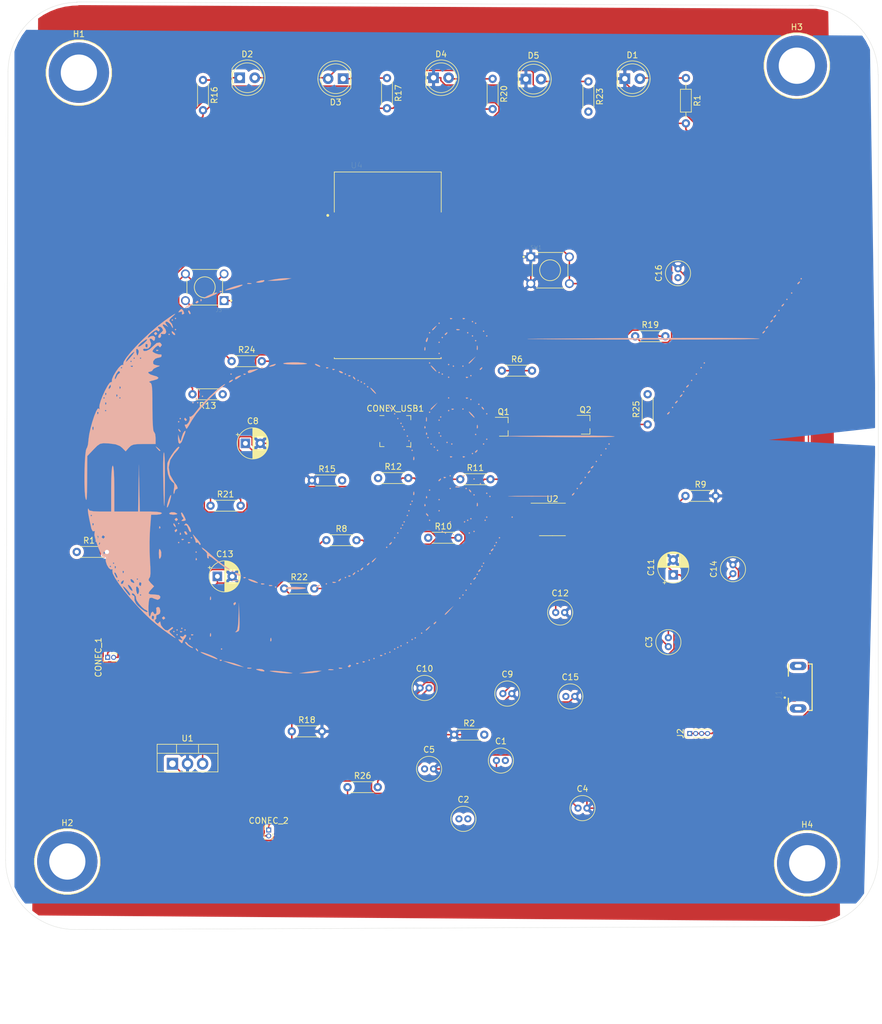
<source format=kicad_pcb>
(kicad_pcb (version 20171130) (host pcbnew "(5.1.9)-1")
  (layers (0 F.Cu signal) (31 B.Cu signal) (34 B.Paste user) (35 F.Paste user) (36 B.SilkS user) (37 F.SilkS user) (38 B.Mask user) (39 F.Mask user) (44 Edge.Cuts user))
  (net 0 "")
  (net 1 "Net-(C1-Pad2)")
  (net 2 +5V)
  (net 3 +3V3)
  (net 4 "Net-(C3-Pad1)")
  (net 5 GND)
  (net 6 "Net-(C5-Pad1)")
  (net 7 /Comunicacion/REGIN)
  (net 8 /Comunicacion/EN)
  (net 9 "Net-(C10-Pad2)")
  (net 10 /Comunicacion/VBUS_TX)
  (net 11 /Comunicacion/ESP_RST)
  (net 12 /VCC/MTR1)
  (net 13 /VCC/MTR2)
  (net 14 /VCC/MTR4)
  (net 15 /VCC/MTR3)
  (net 16 "Net-(CONEX_USB1-Pad1)")
  (net 17 "Net-(CONEX_USB1-Pad2)")
  (net 18 /Comunicacion/D+_USB)
  (net 19 /Comunicacion/D-_USB)
  (net 20 "Net-(CONEX_USB1-Pad9)")
  (net 21 "Net-(CONEX_USB1-Pad10)")
  (net 22 "Net-(CONEX_USB1-Pad11)")
  (net 23 "Net-(CONEX_USB1-Pad12)")
  (net 24 "Net-(CONEX_USB1-Pad13)")
  (net 25 "Net-(CONEX_USB1-Pad14)")
  (net 26 "Net-(CONEX_USB1-Pad15)")
  (net 27 "Net-(CONEX_USB1-Pad16)")
  (net 28 "Net-(CONEX_USB1-Pad17)")
  (net 29 "Net-(CONEX_USB1-Pad18)")
  (net 30 "Net-(CONEX_USB1-Pad19)")
  (net 31 "Net-(CONEX_USB1-Pad20)")
  (net 32 "Net-(CONEX_USB1-Pad21)")
  (net 33 "Net-(CONEX_USB1-Pad22)")
  (net 34 "Net-(CONEX_USB1-Pad23)")
  (net 35 "Net-(CONEX_USB1-Pad24)")
  (net 36 /Comunicacion/RXD)
  (net 37 /Comunicacion/TXD)
  (net 38 "Net-(CONEX_USB1-Pad27)")
  (net 39 "Net-(CONEX_USB1-Pad28)")
  (net 40 "Net-(D1-Pad2)")
  (net 41 "Net-(D2-Pad1)")
  (net 42 "Net-(D3-Pad1)")
  (net 43 "Net-(D4-Pad2)")
  (net 44 "Net-(D5-Pad2)")
  (net 45 /VCC/VBUS_TX)
  (net 46 /VCC/ID_RX)
  (net 47 "Net-(Q1-Pad3)")
  (net 48 "Net-(Q1-Pad1)")
  (net 49 "Net-(Q2-Pad1)")
  (net 50 "Net-(Q2-Pad3)")
  (net 51 "Net-(R2-Pad2)")
  (net 52 /Comunicacion/RXDO)
  (net 53 /Comunicacion/TXDO)
  (net 54 /Comunicacion/CONTROL)
  (net 55 /Comunicacion/IO4)
  (net 56 /Comunicacion/IO0)
  (net 57 /Comunicacion/IO1)
  (net 58 "Net-(R26-Pad2)")
  (net 59 "Net-(U2-Pad8)")
  (net 60 /Comunicacion/IN1)
  (net 61 /Comunicacion/IN2)
  (net 62 "Net-(U4-Pad5)")
  (net 63 "Net-(U4-Pad6)")
  (net 64 "Net-(U4-Pad8)")
  (net 65 "Net-(U4-Pad9)")
  (net 66 "Net-(U4-Pad12)")
  (net 67 "Net-(U4-Pad13)")
  (net 68 "Net-(U4-Pad15)")
  (net 69 "Net-(U4-Pad16)")
  (net 70 /Comunicacion/SDA)
  (net 71 /Comunicacion/SCL)
  (net 72 /Comunicacion/XSHUTD)
  (net 73 "Net-(U4-Pad21)")
  (net 74 /Comunicacion/ID_RX)
  (net 75 "Net-(U4-Pad27)")
  (net 76 "Net-(U4-Pad28)")
  (net 77 "Net-(U4-Pad29)")
  (net 78 "Net-(U4-Pad30)")
  (net 79 "Net-(U4-Pad31)")
  (net 80 "Net-(U4-Pad32)")
  (net 81 "Net-(U4-Pad33)")
  (net 82 "Net-(U4-Pad34)")
  (net 83 "Net-(U4-Pad35)")
  (net 84 /Comunicacion/USB_Tx)
  (net 85 /Comunicacion/USB_Rx)
  (net 86 "Net-(U4-Pad39)")
  (module Logos_Fercho:hermes_kicad (layer B.Cu) (at 85 109 180)
    (fp_text reference G*** hide)
    (fp_text value LOGO hide)
  )
  (module Capacitor_THT:C_Radial_D4.0mm_H5.0mm_P1.50mm (layer F.Cu) (at 104.145 147.946)
    (fp_text reference C1 (at 0.75 -3.25) (layer F.SilkS))
    (fp_text value 0.33uF)
    (pad 2 thru_hole circle (at 1.5 0) (size 1.2 1.2) (drill 0.6) (layers *.Cu *.Mask) (net 1 "Net-(C1-Pad2)"))
    (pad 1 thru_hole circle (at 0 0) (size 1.2 1.2) (drill 0.6) (layers *.Cu *.Mask) (net 2 +5V))
  )
  (module Capacitor_THT:C_Radial_D4.0mm_H5.0mm_P1.50mm (layer F.Cu) (at 97.8318 157.759)
    (fp_text reference C2 (at 0.75 -3.25) (layer F.SilkS))
    (fp_text value 0.1uF)
    (pad 2 thru_hole circle (at 1.5 0) (size 1.2 1.2) (drill 0.6) (layers *.Cu *.Mask) (net 1 "Net-(C1-Pad2)"))
    (pad 1 thru_hole circle (at 0 0) (size 1.2 1.2) (drill 0.6) (layers *.Cu *.Mask) (net 3 +3V3))
  )
  (module Capacitor_THT:C_Radial_D4.0mm_H5.0mm_P1.50mm (layer F.Cu) (at 133.088 128.782 90)
    (fp_text reference C3 (at 0.75 -3.25 90) (layer F.SilkS))
    (fp_text value 0.01uF)
    (pad 2 thru_hole circle (at 1.5 0 90) (size 1.2 1.2) (drill 0.6) (layers *.Cu *.Mask) (net 2 +5V))
    (pad 1 thru_hole circle (at 0 0 90) (size 1.2 1.2) (drill 0.6) (layers *.Cu *.Mask) (net 4 "Net-(C3-Pad1)"))
  )
  (module Capacitor_THT:C_Radial_D4.0mm_H5.0mm_P1.50mm (layer F.Cu) (at 117.879 155.956)
    (fp_text reference C4 (at 0.75 -3.25) (layer F.SilkS))
    (fp_text value 10uF?)
    (pad 2 thru_hole circle (at 1.5 0) (size 1.2 1.2) (drill 0.6) (layers *.Cu *.Mask) (net 5 GND))
    (pad 1 thru_hole circle (at 0 0) (size 1.2 1.2) (drill 0.6) (layers *.Cu *.Mask) (net 2 +5V))
  )
  (module Capacitor_THT:C_Radial_D4.0mm_H5.0mm_P1.50mm (layer F.Cu) (at 92.0496 149.355)
    (fp_text reference C5 (at 0.75 -3.25) (layer F.SilkS))
    (fp_text value 2.2uF)
    (pad 1 thru_hole circle (at 0 0) (size 1.2 1.2) (drill 0.6) (layers *.Cu *.Mask) (net 6 "Net-(C5-Pad1)"))
    (pad 2 thru_hole circle (at 1.5 0) (size 1.2 1.2) (drill 0.6) (layers *.Cu *.Mask) (net 5 GND))
  )
  (module Capacitor_THT:CP_Radial_D5.0mm_P2.50mm (layer F.Cu) (at 61.8795 94.5871)
    (fp_text reference C8 (at 1.25 -3.75) (layer F.SilkS))
    (fp_text value 10uF)
    (pad 1 thru_hole rect (at 0 0) (size 1.6 1.6) (drill 0.8) (layers *.Cu *.Mask) (net 7 /Comunicacion/REGIN))
    (pad 2 thru_hole circle (at 2.5 0) (size 1.6 1.6) (drill 0.8) (layers *.Cu *.Mask) (net 5 GND))
  )
  (module Capacitor_THT:C_Radial_D4.0mm_H5.0mm_P1.50mm (layer F.Cu) (at 105.228 136.685)
    (fp_text reference C9 (at 0.75 -3.25) (layer F.SilkS))
    (fp_text value 0.1uF)
    (pad 1 thru_hole circle (at 0 0) (size 1.2 1.2) (drill 0.6) (layers *.Cu *.Mask) (net 8 /Comunicacion/EN))
    (pad 2 thru_hole circle (at 1.5 0) (size 1.2 1.2) (drill 0.6) (layers *.Cu *.Mask) (net 5 GND))
  )
  (module Capacitor_THT:C_Radial_D4.0mm_H5.0mm_P1.50mm (layer F.Cu) (at 91.2887 135.738)
    (fp_text reference C10 (at 0.75 -3.25) (layer F.SilkS))
    (fp_text value 0.1uF)
    (pad 1 thru_hole circle (at 0 0) (size 1.2 1.2) (drill 0.6) (layers *.Cu *.Mask) (net 5 GND))
    (pad 2 thru_hole circle (at 1.5 0) (size 1.2 1.2) (drill 0.6) (layers *.Cu *.Mask) (net 9 "Net-(C10-Pad2)"))
  )
  (module Capacitor_THT:CP_Radial_D5.0mm_P2.50mm (layer F.Cu) (at 133.904 116.708 90)
    (fp_text reference C11 (at 1.25 -3.75 90) (layer F.SilkS))
    (fp_text value 10uF)
    (pad 2 thru_hole circle (at 2.5 0 90) (size 1.6 1.6) (drill 0.8) (layers *.Cu *.Mask) (net 5 GND))
    (pad 1 thru_hole rect (at 0 0 90) (size 1.6 1.6) (drill 0.8) (layers *.Cu *.Mask) (net 10 /Comunicacion/VBUS_TX))
  )
  (module Capacitor_THT:C_Radial_D4.0mm_H5.0mm_P1.50mm (layer F.Cu) (at 114.121 123.043)
    (fp_text reference C12 (at 0.75 -3.25) (layer F.SilkS))
    (fp_text value 0.1uF)
    (pad 1 thru_hole circle (at 0 0) (size 1.2 1.2) (drill 0.6) (layers *.Cu *.Mask) (net 7 /Comunicacion/REGIN))
    (pad 2 thru_hole circle (at 1.5 0) (size 1.2 1.2) (drill 0.6) (layers *.Cu *.Mask) (net 5 GND))
  )
  (module Capacitor_THT:CP_Radial_D5.0mm_P2.50mm (layer F.Cu) (at 57.1621 116.964)
    (fp_text reference C13 (at 1.25 -3.75) (layer F.SilkS))
    (fp_text value 100uF)
    (pad 1 thru_hole rect (at 0 0) (size 1.6 1.6) (drill 0.8) (layers *.Cu *.Mask) (net 3 +3V3))
    (pad 2 thru_hole circle (at 2.5 0) (size 1.6 1.6) (drill 0.8) (layers *.Cu *.Mask) (net 5 GND))
  )
  (module Capacitor_THT:C_Radial_D4.0mm_H5.0mm_P1.50mm (layer F.Cu) (at 143.962 116.507 90)
    (fp_text reference C14 (at 0.75 -3.25 90) (layer F.SilkS))
    (fp_text value 0.1uF)
    (pad 1 thru_hole circle (at 0 0 90) (size 1.2 1.2) (drill 0.6) (layers *.Cu *.Mask) (net 10 /Comunicacion/VBUS_TX))
    (pad 2 thru_hole circle (at 1.5 0 90) (size 1.2 1.2) (drill 0.6) (layers *.Cu *.Mask) (net 5 GND))
  )
  (module Capacitor_THT:C_Radial_D4.0mm_H5.0mm_P1.50mm (layer F.Cu) (at 115.832 137.16)
    (fp_text reference C15 (at 0.75 -3.25) (layer F.SilkS))
    (fp_text value 1uF)
    (pad 2 thru_hole circle (at 1.5 0) (size 1.2 1.2) (drill 0.6) (layers *.Cu *.Mask) (net 5 GND))
    (pad 1 thru_hole circle (at 0 0) (size 1.2 1.2) (drill 0.6) (layers *.Cu *.Mask) (net 3 +3V3))
  )
  (module Capacitor_THT:C_Radial_D4.0mm_H5.0mm_P1.50mm (layer F.Cu) (at 134.709 66.7145 90)
    (fp_text reference C16 (at 0.75 -3.25 90) (layer F.SilkS))
    (fp_text value 0.1uF)
    (pad 1 thru_hole circle (at 0 0 90) (size 1.2 1.2) (drill 0.6) (layers *.Cu *.Mask) (net 11 /Comunicacion/ESP_RST))
    (pad 2 thru_hole circle (at 1.5 0 90) (size 1.2 1.2) (drill 0.6) (layers *.Cu *.Mask) (net 5 GND))
  )
  (module Connector_PinHeader_1.00mm:PinHeader_1x02_P1.00mm_Vertical (layer F.Cu) (at 38.6893 130.589 90)
    (fp_text reference CONEC_1 (at 0 -1.56 90) (layer F.SilkS))
    (fp_text value Screw_Terminal_01x02)
    (pad 1 thru_hole rect (at 0 0 90) (size 0.85 0.85) (drill 0.5) (layers *.Cu *.Mask) (net 12 /VCC/MTR1))
    (pad 2 thru_hole oval (at 0 1 90) (size 0.85 0.85) (drill 0.5) (layers *.Cu *.Mask) (net 13 /VCC/MTR2))
  )
  (module Connector_PinHeader_1.00mm:PinHeader_1x02_P1.00mm_Vertical (layer F.Cu) (at 65.7962 159.625)
    (fp_text reference CONEC_2 (at 0 -1.56) (layer F.SilkS))
    (fp_text value Screw_Terminal_01x02)
    (pad 2 thru_hole oval (at 0 1) (size 0.85 0.85) (drill 0.5) (layers *.Cu *.Mask) (net 14 /VCC/MTR4))
    (pad 1 thru_hole rect (at 0 0) (size 0.85 0.85) (drill 0.5) (layers *.Cu *.Mask) (net 15 /VCC/MTR3))
  )
  (module Package_DFN_QFN:QFN-28-1EP_5x5mm_P0.5mm_EP3.35x3.35mm (layer F.Cu) (at 87.1169 92.5271)
    (fp_text reference CONEX_USB1 (at 0 -3.8) (layer F.SilkS))
    (fp_text value CP2102N-A01-GQFN28)
    (pad 1 smd roundrect (at -2.45 -1.5) (size 0.8 0.25) (layers F.Cu F.Paste F.Mask) (net 16 "Net-(CONEX_USB1-Pad1)"))
    (pad 2 smd roundrect (at -2.45 -1) (size 0.8 0.25) (layers F.Cu F.Paste F.Mask) (net 17 "Net-(CONEX_USB1-Pad2)"))
    (pad 3 smd roundrect (at -2.45 -0.5) (size 0.8 0.25) (layers F.Cu F.Paste F.Mask) (net 5 GND))
    (pad 4 smd roundrect (at -2.45 0) (size 0.8 0.25) (layers F.Cu F.Paste F.Mask) (net 18 /Comunicacion/D+_USB))
    (pad 5 smd roundrect (at -2.45 0.5) (size 0.8 0.25) (layers F.Cu F.Paste F.Mask) (net 19 /Comunicacion/D-_USB))
    (pad 6 smd roundrect (at -2.45 1) (size 0.8 0.25) (layers F.Cu F.Paste F.Mask) (net 7 /Comunicacion/REGIN))
    (pad 7 smd roundrect (at -2.45 1.5) (size 0.8 0.25) (layers F.Cu F.Paste F.Mask) (net 7 /Comunicacion/REGIN))
    (pad 8 smd roundrect (at -1.5 2.45) (size 0.25 0.8) (layers F.Cu F.Paste F.Mask) (net 10 /Comunicacion/VBUS_TX))
    (pad 9 smd roundrect (at -1 2.45) (size 0.25 0.8) (layers F.Cu F.Paste F.Mask) (net 20 "Net-(CONEX_USB1-Pad9)"))
    (pad 10 smd roundrect (at -0.5 2.45) (size 0.25 0.8) (layers F.Cu F.Paste F.Mask) (net 21 "Net-(CONEX_USB1-Pad10)"))
    (pad 11 smd roundrect (at 0 2.45) (size 0.25 0.8) (layers F.Cu F.Paste F.Mask) (net 22 "Net-(CONEX_USB1-Pad11)"))
    (pad 12 smd roundrect (at 0.5 2.45) (size 0.25 0.8) (layers F.Cu F.Paste F.Mask) (net 23 "Net-(CONEX_USB1-Pad12)"))
    (pad 13 smd roundrect (at 1 2.45) (size 0.25 0.8) (layers F.Cu F.Paste F.Mask) (net 24 "Net-(CONEX_USB1-Pad13)"))
    (pad 14 smd roundrect (at 1.5 2.45) (size 0.25 0.8) (layers F.Cu F.Paste F.Mask) (net 25 "Net-(CONEX_USB1-Pad14)"))
    (pad 15 smd roundrect (at 2.45 1.5) (size 0.8 0.25) (layers F.Cu F.Paste F.Mask) (net 26 "Net-(CONEX_USB1-Pad15)"))
    (pad 16 smd roundrect (at 2.45 1) (size 0.8 0.25) (layers F.Cu F.Paste F.Mask) (net 27 "Net-(CONEX_USB1-Pad16)"))
    (pad 17 smd roundrect (at 2.45 0.5) (size 0.8 0.25) (layers F.Cu F.Paste F.Mask) (net 28 "Net-(CONEX_USB1-Pad17)"))
    (pad 18 smd roundrect (at 2.45 0) (size 0.8 0.25) (layers F.Cu F.Paste F.Mask) (net 29 "Net-(CONEX_USB1-Pad18)"))
    (pad 19 smd roundrect (at 2.45 -0.5) (size 0.8 0.25) (layers F.Cu F.Paste F.Mask) (net 30 "Net-(CONEX_USB1-Pad19)"))
    (pad 20 smd roundrect (at 2.45 -1) (size 0.8 0.25) (layers F.Cu F.Paste F.Mask) (net 31 "Net-(CONEX_USB1-Pad20)"))
    (pad 21 smd roundrect (at 2.45 -1.5) (size 0.8 0.25) (layers F.Cu F.Paste F.Mask) (net 32 "Net-(CONEX_USB1-Pad21)"))
    (pad 22 smd roundrect (at 1.5 -2.45) (size 0.25 0.8) (layers F.Cu F.Paste F.Mask) (net 33 "Net-(CONEX_USB1-Pad22)"))
    (pad 23 smd roundrect (at 1 -2.45) (size 0.25 0.8) (layers F.Cu F.Paste F.Mask) (net 34 "Net-(CONEX_USB1-Pad23)"))
    (pad 24 smd roundrect (at 0.5 -2.45) (size 0.25 0.8) (layers F.Cu F.Paste F.Mask) (net 35 "Net-(CONEX_USB1-Pad24)"))
    (pad 25 smd roundrect (at 0 -2.45) (size 0.25 0.8) (layers F.Cu F.Paste F.Mask) (net 36 /Comunicacion/RXD))
    (pad 26 smd roundrect (at -0.5 -2.45) (size 0.25 0.8) (layers F.Cu F.Paste F.Mask) (net 37 /Comunicacion/TXD))
    (pad 27 smd roundrect (at -1 -2.45) (size 0.25 0.8) (layers F.Cu F.Paste F.Mask) (net 38 "Net-(CONEX_USB1-Pad27)"))
    (pad 28 smd roundrect (at -1.5 -2.45) (size 0.25 0.8) (layers F.Cu F.Paste F.Mask) (net 39 "Net-(CONEX_USB1-Pad28)"))
    (pad 29 smd rect (at 0 0) (size 3.35 3.35) (layers F.Cu F.Mask) (net 5 GND))
  )
  (module LED_THT:LED_D5.0mm (layer F.Cu) (at 125.758 33.2384)
    (fp_text reference D1 (at 1.27 -3.96) (layer F.SilkS))
    (fp_text value LED)
    (pad 1 thru_hole rect (at 0 0) (size 1.8 1.8) (drill 0.9) (layers *.Cu *.Mask) (net 5 GND))
    (pad 2 thru_hole circle (at 2.54 0) (size 1.8 1.8) (drill 0.9) (layers *.Cu *.Mask) (net 40 "Net-(D1-Pad2)"))
  )
  (module LED_THT:LED_D5.0mm (layer F.Cu) (at 60.9194 33.081)
    (fp_text reference D2 (at 1.27 -3.96) (layer F.SilkS))
    (fp_text value LED)
    (pad 2 thru_hole circle (at 2.54 0) (size 1.8 1.8) (drill 0.9) (layers *.Cu *.Mask) (net 3 +3V3))
    (pad 1 thru_hole rect (at 0 0) (size 1.8 1.8) (drill 0.9) (layers *.Cu *.Mask) (net 41 "Net-(D2-Pad1)"))
  )
  (module LED_THT:LED_D5.0mm (layer F.Cu) (at 78.3412 33.241 180)
    (fp_text reference D3 (at 1.27 -3.96) (layer F.SilkS))
    (fp_text value LED)
    (pad 2 thru_hole circle (at 2.54 0 180) (size 1.8 1.8) (drill 0.9) (layers *.Cu *.Mask) (net 3 +3V3))
    (pad 1 thru_hole rect (at 0 0 180) (size 1.8 1.8) (drill 0.9) (layers *.Cu *.Mask) (net 42 "Net-(D3-Pad1)"))
  )
  (module LED_THT:LED_D5.0mm (layer F.Cu) (at 93.5558 33.081)
    (fp_text reference D4 (at 1.27 -3.96) (layer F.SilkS))
    (fp_text value LED)
    (pad 1 thru_hole rect (at 0 0) (size 1.8 1.8) (drill 0.9) (layers *.Cu *.Mask) (net 5 GND))
    (pad 2 thru_hole circle (at 2.54 0) (size 1.8 1.8) (drill 0.9) (layers *.Cu *.Mask) (net 43 "Net-(D4-Pad2)"))
  )
  (module LED_THT:LED_D5.0mm (layer F.Cu) (at 109.108 33.307)
    (fp_text reference D5 (at 1.27 -3.96) (layer F.SilkS))
    (fp_text value LED)
    (pad 1 thru_hole rect (at 0 0) (size 1.8 1.8) (drill 0.9) (layers *.Cu *.Mask) (net 5 GND))
    (pad 2 thru_hole circle (at 2.54 0) (size 1.8 1.8) (drill 0.9) (layers *.Cu *.Mask) (net 44 "Net-(D5-Pad2)"))
  )
  (module Connector:Banana_Jack_1Pin (layer F.Cu) (at 33.8455 32.2224)
    (fp_text reference H1 (at 0 -6.5) (layer F.SilkS))
    (fp_text value MountingHole)
    (pad "" thru_hole circle (at 0 0) (size 10.16 10.16) (drill 6.1) (layers *.Cu *.Mask))
  )
  (module Connector:Banana_Jack_1Pin (layer F.Cu) (at 31.8973 164.935)
    (fp_text reference H2 (at 0 -6.5) (layer F.SilkS))
    (fp_text value MountingHole)
    (pad "" thru_hole circle (at 0 0) (size 10.16 10.16) (drill 6.1) (layers *.Cu *.Mask))
  )
  (module Connector:Banana_Jack_1Pin (layer F.Cu) (at 154.716 31.054)
    (fp_text reference H3 (at 0 -6.5) (layer F.SilkS))
    (fp_text value MountingHole)
    (pad "" thru_hole circle (at 0 0) (size 10.16 10.16) (drill 6.1) (layers *.Cu *.Mask))
  )
  (module Connector:Banana_Jack_1Pin (layer F.Cu) (at 156.456 165.222)
    (fp_text reference H4 (at 0 -6.5) (layer F.SilkS))
    (fp_text value MountingHole)
    (pad "" thru_hole circle (at 0 0) (size 10.16 10.16) (drill 6.1) (layers *.Cu *.Mask))
  )
  (module "Conector USB tipo C:GCT_USB3140-30-0230-1-C_REVE1" (layer F.Cu) (at 155.289 135.612 90)
    (fp_text reference J1 (at -1.325 -3.635 90) (layer F.SilkS) (effects (font (thickness 0.015))))
    (fp_text value USB_B_Micro)
    (pad 1 smd rect (at -1.3 -1.25 90) (size 0.4 1.5) (layers F.Cu F.Paste F.Mask) (net 45 /VCC/VBUS_TX))
    (pad 2 smd rect (at -0.65 -1.25 90) (size 0.4 1.5) (layers F.Cu F.Paste F.Mask) (net 19 /Comunicacion/D-_USB))
    (pad 3 smd rect (at 0 -1.25 90) (size 0.4 1.5) (layers F.Cu F.Paste F.Mask) (net 18 /Comunicacion/D+_USB))
    (pad 4 smd rect (at 0.65 -1.25 90) (size 0.4 1.5) (layers F.Cu F.Paste F.Mask) (net 46 /VCC/ID_RX))
    (pad 5 smd rect (at 1.3 -1.25 90) (size 0.4 1.5) (layers F.Cu F.Paste F.Mask) (net 5 GND))
    (pad S1 thru_hole oval (at -3.575 -0.36 90) (size 1.4 2.8) (drill oval 0.6 1.15) (layers *.Cu))
    (pad S2 thru_hole oval (at 3.575 -0.36 90) (size 1.4 2.8) (drill oval 0.6 1.15) (layers *.Cu))
  )
  (module Connector_PinHeader_1.00mm:PinHeader_1x04_P1.00mm_Vertical (layer F.Cu) (at 136.684 143.393 90)
    (fp_text reference J2 (at 0 -1.56 90) (layer F.SilkS))
    (fp_text value Screw_Terminal_01x04)
    (pad 1 thru_hole rect (at 0 0 90) (size 0.85 0.85) (drill 0.5) (layers *.Cu *.Mask) (net 3 +3V3))
    (pad 2 thru_hole oval (at 0 1 90) (size 0.85 0.85) (drill 0.5) (layers *.Cu *.Mask) (net 3 +3V3))
    (pad 3 thru_hole oval (at 0 2 90) (size 0.85 0.85) (drill 0.5) (layers *.Cu *.Mask) (net 3 +3V3))
    (pad 4 thru_hole oval (at 0 3 90) (size 0.85 0.85) (drill 0.5) (layers *.Cu *.Mask) (net 3 +3V3))
  )
  (module Pulsbutton:PULSEBUTTON (layer F.Cu) (at 55.0367 68.326 180)
    (fp_text reference J3 (at -2.3627 -3.844398) (layer F.SilkS) (effects (font (size 0.630643 0.630643) (thickness 0.015))))
    (fp_text value Conn_02x02_Top_Bottom)
    (pad 2 thru_hole circle (at 3.25 -2.25 180) (size 1.498 1.498) (drill 0.99) (layers *.Cu *.Mask) (net 3 +3V3))
    (pad 4 thru_hole circle (at 3.25 2.25 180) (size 1.498 1.498) (drill 0.99) (layers *.Cu *.Mask) (net 9 "Net-(C10-Pad2)"))
    (pad 1 thru_hole rect (at -3.25 -2.25 180) (size 1.498 1.498) (drill 0.99) (layers *.Cu *.Mask) (net 3 +3V3))
    (pad 3 thru_hole circle (at -3.25 2.25 180) (size 1.498 1.498) (drill 0.99) (layers *.Cu *.Mask) (net 9 "Net-(C10-Pad2)"))
  )
  (module Package_TO_SOT_SMD:SOT-23 (layer F.Cu) (at 105.344 91.7905)
    (fp_text reference Q1 (at 0 -2.5) (layer F.SilkS))
    (fp_text value BSS138)
    (pad 3 smd rect (at 1 0) (size 0.9 0.8) (layers F.Cu F.Paste F.Mask) (net 47 "Net-(Q1-Pad3)"))
    (pad 2 smd rect (at -1 0.95) (size 0.9 0.8) (layers F.Cu F.Paste F.Mask) (net 5 GND))
    (pad 1 smd rect (at -1 -0.95) (size 0.9 0.8) (layers F.Cu F.Paste F.Mask) (net 48 "Net-(Q1-Pad1)"))
  )
  (module Package_TO_SOT_SMD:SOT-23 (layer F.Cu) (at 119.124 91.4527)
    (fp_text reference Q2 (at 0 -2.5) (layer F.SilkS))
    (fp_text value BSS138)
    (pad 1 smd rect (at -1 -0.95) (size 0.9 0.8) (layers F.Cu F.Paste F.Mask) (net 49 "Net-(Q2-Pad1)"))
    (pad 2 smd rect (at -1 0.95) (size 0.9 0.8) (layers F.Cu F.Paste F.Mask) (net 5 GND))
    (pad 3 smd rect (at 1 0) (size 0.9 0.8) (layers F.Cu F.Paste F.Mask) (net 50 "Net-(Q2-Pad3)"))
  )
  (module Resistor_THT:R_Axial_DIN0204_L3.6mm_D1.6mm_P7.62mm_Horizontal (layer F.Cu) (at 136.037 33.1292 270)
    (fp_text reference R1 (at 3.81 -1.92 90) (layer F.SilkS))
    (fp_text value 330)
    (pad 1 thru_hole circle (at 0 0 270) (size 1.4 1.4) (drill 0.7) (layers *.Cu *.Mask) (net 40 "Net-(D1-Pad2)"))
    (pad 2 thru_hole oval (at 7.62 0 270) (size 1.4 1.4) (drill 0.7) (layers *.Cu *.Mask) (net 3 +3V3))
  )
  (module Resistor_THT:R_Axial_DIN0204_L3.6mm_D1.6mm_P5.08mm_Horizontal (layer F.Cu) (at 97.0153 143.596)
    (fp_text reference R2 (at 2.54 -1.92) (layer F.SilkS))
    (fp_text value 200m)
    (pad 2 thru_hole oval (at 5.08 0) (size 1.4 1.4) (drill 0.7) (layers *.Cu *.Mask) (net 51 "Net-(R2-Pad2)"))
    (pad 1 thru_hole circle (at 0 0) (size 1.4 1.4) (drill 0.7) (layers *.Cu *.Mask) (net 5 GND))
  )
  (module Resistor_THT:R_Axial_DIN0204_L3.6mm_D1.6mm_P5.08mm_Horizontal (layer F.Cu) (at 105.054 82.357)
    (fp_text reference R6 (at 2.54 -1.92) (layer F.SilkS))
    (fp_text value 10K)
    (pad 2 thru_hole oval (at 5.08 0) (size 1.4 1.4) (drill 0.7) (layers *.Cu *.Mask) (net 3 +3V3))
    (pad 1 thru_hole circle (at 0 0) (size 1.4 1.4) (drill 0.7) (layers *.Cu *.Mask) (net 3 +3V3))
  )
  (module Resistor_THT:R_Axial_DIN0204_L3.6mm_D1.6mm_P5.08mm_Horizontal (layer F.Cu) (at 75.5091 110.884)
    (fp_text reference R8 (at 2.54 -1.92) (layer F.SilkS))
    (fp_text value 22.1K)
    (pad 1 thru_hole circle (at 0 0) (size 1.4 1.4) (drill 0.7) (layers *.Cu *.Mask) (net 10 /Comunicacion/VBUS_TX))
    (pad 2 thru_hole oval (at 5.08 0) (size 1.4 1.4) (drill 0.7) (layers *.Cu *.Mask) (net 3 +3V3))
  )
  (module Resistor_THT:R_Axial_DIN0204_L3.6mm_D1.6mm_P5.08mm_Horizontal (layer F.Cu) (at 135.966 103.429)
    (fp_text reference R9 (at 2.54 -1.92) (layer F.SilkS))
    (fp_text value 47.5K)
    (pad 2 thru_hole oval (at 5.08 0) (size 1.4 1.4) (drill 0.7) (layers *.Cu *.Mask) (net 5 GND))
    (pad 1 thru_hole circle (at 0 0) (size 1.4 1.4) (drill 0.7) (layers *.Cu *.Mask) (net 10 /Comunicacion/VBUS_TX))
  )
  (module Resistor_THT:R_Axial_DIN0204_L3.6mm_D1.6mm_P5.08mm_Horizontal (layer F.Cu) (at 98.0542 100.622)
    (fp_text reference R11 (at 2.54 -1.92) (layer F.SilkS))
    (fp_text value 5)
    (pad 1 thru_hole circle (at 0 0) (size 1.4 1.4) (drill 0.7) (layers *.Cu *.Mask) (net 3 +3V3))
    (pad 2 thru_hole oval (at 5.08 0) (size 1.4 1.4) (drill 0.7) (layers *.Cu *.Mask) (net 7 /Comunicacion/REGIN))
  )
  (module Resistor_THT:R_Axial_DIN0204_L3.6mm_D1.6mm_P5.08mm_Horizontal (layer F.Cu) (at 84.2239 100.424)
    (fp_text reference R12 (at 2.54 -1.92) (layer F.SilkS))
    (fp_text value 2K)
    (pad 2 thru_hole oval (at 5.08 0) (size 1.4 1.4) (drill 0.7) (layers *.Cu *.Mask) (net 3 +3V3))
    (pad 1 thru_hole circle (at 0 0) (size 1.4 1.4) (drill 0.7) (layers *.Cu *.Mask) (net 20 "Net-(CONEX_USB1-Pad9)"))
  )
  (module Resistor_THT:R_Axial_DIN0204_L3.6mm_D1.6mm_P5.08mm_Horizontal (layer F.Cu) (at 58.0568 86.3295 180)
    (fp_text reference R13 (at 2.54 -1.92) (layer F.SilkS))
    (fp_text value 10k)
    (pad 1 thru_hole circle (at 0 0 180) (size 1.4 1.4) (drill 0.7) (layers *.Cu *.Mask) (net 52 /Comunicacion/RXDO))
    (pad 2 thru_hole oval (at 5.08 0 180) (size 1.4 1.4) (drill 0.7) (layers *.Cu *.Mask) (net 36 /Comunicacion/RXD))
  )
  (module Resistor_THT:R_Axial_DIN0204_L3.6mm_D1.6mm_P5.08mm_Horizontal (layer F.Cu) (at 33.4899 112.852)
    (fp_text reference R14 (at 2.54 -1.92) (layer F.SilkS))
    (fp_text value 10k)
    (pad 2 thru_hole oval (at 5.08 0) (size 1.4 1.4) (drill 0.7) (layers *.Cu *.Mask) (net 37 /Comunicacion/TXD))
    (pad 1 thru_hole circle (at 0 0) (size 1.4 1.4) (drill 0.7) (layers *.Cu *.Mask) (net 53 /Comunicacion/TXDO))
  )
  (module Resistor_THT:R_Axial_DIN0204_L3.6mm_D1.6mm_P5.08mm_Horizontal (layer F.Cu) (at 73.086 100.823)
    (fp_text reference R15 (at 2.54 -1.92) (layer F.SilkS))
    (fp_text value 10k)
    (pad 2 thru_hole oval (at 5.08 0) (size 1.4 1.4) (drill 0.7) (layers *.Cu *.Mask) (net 22 "Net-(CONEX_USB1-Pad11)"))
    (pad 1 thru_hole circle (at 0 0) (size 1.4 1.4) (drill 0.7) (layers *.Cu *.Mask) (net 5 GND))
  )
  (module Resistor_THT:R_Axial_DIN0204_L3.6mm_D1.6mm_P5.08mm_Horizontal (layer F.Cu) (at 54.7421 33.4645 270)
    (fp_text reference R16 (at 2.54 -1.92 90) (layer F.SilkS))
    (fp_text value 2K)
    (pad 1 thru_hole circle (at 0 0 270) (size 1.4 1.4) (drill 0.7) (layers *.Cu *.Mask) (net 41 "Net-(D2-Pad1)"))
    (pad 2 thru_hole oval (at 5.08 0 270) (size 1.4 1.4) (drill 0.7) (layers *.Cu *.Mask) (net 36 /Comunicacion/RXD))
  )
  (module Resistor_THT:R_Axial_DIN0204_L3.6mm_D1.6mm_P5.08mm_Horizontal (layer F.Cu) (at 69.6925 143.04)
    (fp_text reference R18 (at 2.54 -1.92) (layer F.SilkS))
    (fp_text value 10K)
    (pad 1 thru_hole circle (at 0 0) (size 1.4 1.4) (drill 0.7) (layers *.Cu *.Mask) (net 9 "Net-(C10-Pad2)"))
    (pad 2 thru_hole oval (at 5.08 0) (size 1.4 1.4) (drill 0.7) (layers *.Cu *.Mask) (net 5 GND))
  )
  (module Resistor_THT:R_Axial_DIN0204_L3.6mm_D1.6mm_P5.08mm_Horizontal (layer F.Cu) (at 127.505 76.5632)
    (fp_text reference R19 (at 2.54 -1.92) (layer F.SilkS))
    (fp_text value 1K)
    (pad 2 thru_hole oval (at 5.08 0) (size 1.4 1.4) (drill 0.7) (layers *.Cu *.Mask) (net 11 /Comunicacion/ESP_RST))
    (pad 1 thru_hole circle (at 0 0) (size 1.4 1.4) (drill 0.7) (layers *.Cu *.Mask) (net 8 /Comunicacion/EN))
  )
  (module Resistor_THT:R_Axial_DIN0204_L3.6mm_D1.6mm_P5.08mm_Horizontal (layer F.Cu) (at 103.5 33.2638 270)
    (fp_text reference R20 (at 2.54 -1.92 90) (layer F.SilkS))
    (fp_text value 330)
    (pad 1 thru_hole circle (at 0 0 270) (size 1.4 1.4) (drill 0.7) (layers *.Cu *.Mask) (net 43 "Net-(D4-Pad2)"))
    (pad 2 thru_hole oval (at 5.08 0 270) (size 1.4 1.4) (drill 0.7) (layers *.Cu *.Mask) (net 54 /Comunicacion/CONTROL))
  )
  (module Resistor_THT:R_Axial_DIN0204_L3.6mm_D1.6mm_P5.08mm_Horizontal (layer F.Cu) (at 56.0045 105.077)
    (fp_text reference R21 (at 2.54 -1.92) (layer F.SilkS))
    (fp_text value 1K)
    (pad 1 thru_hole circle (at 0 0) (size 1.4 1.4) (drill 0.7) (layers *.Cu *.Mask) (net 9 "Net-(C10-Pad2)"))
    (pad 2 thru_hole oval (at 5.08 0) (size 1.4 1.4) (drill 0.7) (layers *.Cu *.Mask) (net 48 "Net-(Q1-Pad1)"))
  )
  (module Resistor_THT:R_Axial_DIN0204_L3.6mm_D1.6mm_P5.08mm_Horizontal (layer F.Cu) (at 68.4047 119.004)
    (fp_text reference R22 (at 2.54 -1.92) (layer F.SilkS))
    (fp_text value 1K)
    (pad 1 thru_hole circle (at 0 0) (size 1.4 1.4) (drill 0.7) (layers *.Cu *.Mask) (net 9 "Net-(C10-Pad2)"))
    (pad 2 thru_hole oval (at 5.08 0) (size 1.4 1.4) (drill 0.7) (layers *.Cu *.Mask) (net 49 "Net-(Q2-Pad1)"))
  )
  (module Resistor_THT:R_Axial_DIN0204_L3.6mm_D1.6mm_P5.08mm_Horizontal (layer F.Cu) (at 119.626 33.7033 270)
    (fp_text reference R23 (at 2.54 -1.92 90) (layer F.SilkS))
    (fp_text value 330)
    (pad 2 thru_hole oval (at 5.08 0 270) (size 1.4 1.4) (drill 0.7) (layers *.Cu *.Mask) (net 55 /Comunicacion/IO4))
    (pad 1 thru_hole circle (at 0 0 270) (size 1.4 1.4) (drill 0.7) (layers *.Cu *.Mask) (net 44 "Net-(D5-Pad2)"))
  )
  (module Resistor_THT:R_Axial_DIN0204_L3.6mm_D1.6mm_P5.08mm_Horizontal (layer F.Cu) (at 59.5605 80.7618)
    (fp_text reference R24 (at 2.54 -1.92) (layer F.SilkS))
    (fp_text value R)
    (pad 1 thru_hole circle (at 0 0) (size 1.4 1.4) (drill 0.7) (layers *.Cu *.Mask) (net 47 "Net-(Q1-Pad3)"))
    (pad 2 thru_hole oval (at 5.08 0) (size 1.4 1.4) (drill 0.7) (layers *.Cu *.Mask) (net 56 /Comunicacion/IO0))
  )
  (module Resistor_THT:R_Axial_DIN0204_L3.6mm_D1.6mm_P5.08mm_Horizontal (layer F.Cu) (at 129.601 91.4019 90)
    (fp_text reference R25 (at 2.54 -1.92 90) (layer F.SilkS))
    (fp_text value R)
    (pad 2 thru_hole oval (at 5.08 0 90) (size 1.4 1.4) (drill 0.7) (layers *.Cu *.Mask) (net 57 /Comunicacion/IO1))
    (pad 1 thru_hole circle (at 0 0 90) (size 1.4 1.4) (drill 0.7) (layers *.Cu *.Mask) (net 50 "Net-(Q2-Pad3)"))
  )
  (module Resistor_THT:R_Axial_DIN0204_L3.6mm_D1.6mm_P5.08mm_Horizontal (layer F.Cu) (at 79.0778 152.428)
    (fp_text reference R26 (at 2.54 -1.92) (layer F.SilkS))
    (fp_text value 47K)
    (pad 1 thru_hole circle (at 0 0) (size 1.4 1.4) (drill 0.7) (layers *.Cu *.Mask) (net 2 +5V))
    (pad 2 thru_hole oval (at 5.08 0) (size 1.4 1.4) (drill 0.7) (layers *.Cu *.Mask) (net 58 "Net-(R26-Pad2)"))
  )
  (module Pulsbutton:PULSEBUTTON (layer F.Cu) (at 113.177 65.4634)
    (fp_text reference SW1 (at -2.3627 -3.844398) (layer F.SilkS) (effects (font (size 0.630643 0.630643) (thickness 0.015))))
    (fp_text value SW_Push_LED)
    (pad 3 thru_hole circle (at -3.25 2.25) (size 1.498 1.498) (drill 0.99) (layers *.Cu *.Mask) (net 5 GND))
    (pad 1 thru_hole rect (at -3.25 -2.25) (size 1.498 1.498) (drill 0.99) (layers *.Cu *.Mask) (net 5 GND))
    (pad 4 thru_hole circle (at 3.25 2.25) (size 1.498 1.498) (drill 0.99) (layers *.Cu *.Mask) (net 11 /Comunicacion/ESP_RST))
    (pad 2 thru_hole circle (at 3.25 -2.25) (size 1.498 1.498) (drill 0.99) (layers *.Cu *.Mask) (net 11 /Comunicacion/ESP_RST))
  )
  (module Package_TO_SOT_THT:TO-220-3_Vertical (layer F.Cu) (at 49.596 148.483)
    (fp_text reference U1 (at 2.54 -4.27) (layer F.SilkS))
    (fp_text value LM7812_TO220)
    (pad 1 thru_hole rect (at 0 0) (size 1.905 2) (drill 1.1) (layers *.Cu *.Mask) (net 2 +5V))
    (pad 2 thru_hole oval (at 2.54 0) (size 1.905 2) (drill 1.1) (layers *.Cu *.Mask) (net 5 GND))
    (pad 3 thru_hole oval (at 5.08 0) (size 1.905 2) (drill 1.1) (layers *.Cu *.Mask) (net 3 +3V3))
  )
  (module Package_SO:TSSOP-16_4.4x5mm_P0.65mm (layer F.Cu) (at 113.568 107.386)
    (fp_text reference U2 (at 0 -3.45) (layer F.SilkS))
    (fp_text value DRV8833PW)
    (pad 1 smd roundrect (at -2.8625 -2.275) (size 1.475 0.4) (layers F.Cu F.Paste F.Mask) (net 58 "Net-(R26-Pad2)"))
    (pad 2 smd roundrect (at -2.8625 -1.625) (size 1.475 0.4) (layers F.Cu F.Paste F.Mask) (net 12 /VCC/MTR1))
    (pad 3 smd roundrect (at -2.8625 -0.975) (size 1.475 0.4) (layers F.Cu F.Paste F.Mask) (net 51 "Net-(R2-Pad2)"))
    (pad 4 smd roundrect (at -2.8625 -0.325) (size 1.475 0.4) (layers F.Cu F.Paste F.Mask) (net 13 /VCC/MTR2))
    (pad 5 smd roundrect (at -2.8625 0.325) (size 1.475 0.4) (layers F.Cu F.Paste F.Mask) (net 14 /VCC/MTR4))
    (pad 6 smd roundrect (at -2.8625 0.975) (size 1.475 0.4) (layers F.Cu F.Paste F.Mask) (net 51 "Net-(R2-Pad2)"))
    (pad 7 smd roundrect (at -2.8625 1.625) (size 1.475 0.4) (layers F.Cu F.Paste F.Mask) (net 15 /VCC/MTR3))
    (pad 8 smd roundrect (at -2.8625 2.275) (size 1.475 0.4) (layers F.Cu F.Paste F.Mask) (net 59 "Net-(U2-Pad8)"))
    (pad 9 smd roundrect (at 2.8625 2.275) (size 1.475 0.4) (layers F.Cu F.Paste F.Mask) (net 60 /Comunicacion/IN1))
    (pad 10 smd roundrect (at 2.8625 1.625) (size 1.475 0.4) (layers F.Cu F.Paste F.Mask) (net 61 /Comunicacion/IN2))
    (pad 11 smd roundrect (at 2.8625 0.975) (size 1.475 0.4) (layers F.Cu F.Paste F.Mask) (net 4 "Net-(C3-Pad1)"))
    (pad 12 smd roundrect (at 2.8625 0.325) (size 1.475 0.4) (layers F.Cu F.Paste F.Mask) (net 2 +5V))
    (pad 13 smd roundrect (at 2.8625 -0.325) (size 1.475 0.4) (layers F.Cu F.Paste F.Mask) (net 5 GND))
    (pad 14 smd roundrect (at 2.8625 -0.975) (size 1.475 0.4) (layers F.Cu F.Paste F.Mask) (net 6 "Net-(C5-Pad1)"))
    (pad 15 smd roundrect (at 2.8625 -1.625) (size 1.475 0.4) (layers F.Cu F.Paste F.Mask) (net 61 /Comunicacion/IN2))
    (pad 16 smd roundrect (at 2.8625 -2.275) (size 1.475 0.4) (layers F.Cu F.Paste F.Mask) (net 60 /Comunicacion/IN1))
  )
  (module RF_Module:ESP32-WROVER-B (layer F.Cu) (at 85.8495 64.6354)
    (fp_text reference U4 (at -5.23668 -16.82262) (layer F.SilkS) (effects (font (size 1.002236 1.002236) (thickness 0.015))))
    (fp_text value ESP32-S2-WROVER)
    (pad 1 smd rect (at -8.81 -8.26) (size 1.45 0.93) (layers F.Cu F.Paste F.Mask) (net 5 GND))
    (pad 2 smd rect (at -8.81 -6.99) (size 1.45 0.93) (layers F.Cu F.Paste F.Mask) (net 3 +3V3))
    (pad 3 smd rect (at -8.81 -5.72) (size 1.45 0.93) (layers F.Cu F.Paste F.Mask) (net 56 /Comunicacion/IO0))
    (pad 4 smd rect (at -8.81 -4.45) (size 1.45 0.93) (layers F.Cu F.Paste F.Mask) (net 57 /Comunicacion/IO1))
    (pad 5 smd rect (at -8.81 -3.18) (size 1.45 0.93) (layers F.Cu F.Paste F.Mask) (net 62 "Net-(U4-Pad5)"))
    (pad 6 smd rect (at -8.81 -1.91) (size 1.45 0.93) (layers F.Cu F.Paste F.Mask) (net 63 "Net-(U4-Pad6)"))
    (pad 7 smd rect (at -8.81 -0.64) (size 1.45 0.93) (layers F.Cu F.Paste F.Mask) (net 55 /Comunicacion/IO4))
    (pad 8 smd rect (at -8.81 0.63) (size 1.45 0.93) (layers F.Cu F.Paste F.Mask) (net 64 "Net-(U4-Pad8)"))
    (pad 9 smd rect (at -8.81 1.9) (size 1.45 0.93) (layers F.Cu F.Paste F.Mask) (net 65 "Net-(U4-Pad9)"))
    (pad 10 smd rect (at -8.81 3.17) (size 1.45 0.93) (layers F.Cu F.Paste F.Mask) (net 60 /Comunicacion/IN1))
    (pad 11 smd rect (at -8.81 4.44) (size 1.45 0.93) (layers F.Cu F.Paste F.Mask) (net 61 /Comunicacion/IN2))
    (pad 12 smd rect (at -8.81 5.71) (size 1.45 0.93) (layers F.Cu F.Paste F.Mask) (net 66 "Net-(U4-Pad12)"))
    (pad 13 smd rect (at -8.81 6.98) (size 1.45 0.93) (layers F.Cu F.Paste F.Mask) (net 67 "Net-(U4-Pad13)"))
    (pad 14 smd rect (at -8.81 8.25) (size 1.45 0.93) (layers F.Cu F.Paste F.Mask) (net 54 /Comunicacion/CONTROL))
    (pad 15 smd rect (at -8.81 9.52) (size 1.45 0.93) (layers F.Cu F.Paste F.Mask) (net 68 "Net-(U4-Pad15)"))
    (pad 16 smd rect (at -8.81 10.79) (size 1.45 0.93) (layers F.Cu F.Paste F.Mask) (net 69 "Net-(U4-Pad16)"))
    (pad 17 smd rect (at -8.81 12.06) (size 1.45 0.93) (layers F.Cu F.Paste F.Mask) (net 3 +3V3))
    (pad 18 smd rect (at -8.81 13.33) (size 1.45 0.93) (layers F.Cu F.Paste F.Mask) (net 70 /Comunicacion/SDA))
    (pad 19 smd rect (at -8.81 14.6) (size 1.45 0.93) (layers F.Cu F.Paste F.Mask) (net 71 /Comunicacion/SCL))
    (pad 20 smd rect (at 8.81 14.6) (size 1.45 0.93) (layers F.Cu F.Paste F.Mask) (net 72 /Comunicacion/XSHUTD))
    (pad 21 smd rect (at 8.81 13.33) (size 1.45 0.93) (layers F.Cu F.Paste F.Mask) (net 73 "Net-(U4-Pad21)"))
    (pad 22 smd rect (at 8.81 12.06) (size 1.45 0.93) (layers F.Cu F.Paste F.Mask) (net 19 /Comunicacion/D-_USB))
    (pad 23 smd rect (at 8.81 10.79) (size 1.45 0.93) (layers F.Cu F.Paste F.Mask) (net 18 /Comunicacion/D+_USB))
    (pad 24 smd rect (at 8.81 9.52) (size 1.45 0.93) (layers F.Cu F.Paste F.Mask) (net 10 /Comunicacion/VBUS_TX))
    (pad 25 smd rect (at 8.81 8.25) (size 1.45 0.93) (layers F.Cu F.Paste F.Mask) (net 74 /Comunicacion/ID_RX))
    (pad 26 smd rect (at 8.81 6.98) (size 1.45 0.93) (layers F.Cu F.Paste F.Mask) (net 5 GND))
    (pad 27 smd rect (at 8.81 5.71) (size 1.45 0.93) (layers F.Cu F.Paste F.Mask) (net 75 "Net-(U4-Pad27)"))
    (pad 28 smd rect (at 8.81 4.44) (size 1.45 0.93) (layers F.Cu F.Paste F.Mask) (net 76 "Net-(U4-Pad28)"))
    (pad 29 smd rect (at 8.81 3.17) (size 1.45 0.93) (layers F.Cu F.Paste F.Mask) (net 77 "Net-(U4-Pad29)"))
    (pad 30 smd rect (at 8.81 1.9) (size 1.45 0.93) (layers F.Cu F.Paste F.Mask) (net 78 "Net-(U4-Pad30)"))
    (pad 31 smd rect (at 8.81 0.63) (size 1.45 0.93) (layers F.Cu F.Paste F.Mask) (net 79 "Net-(U4-Pad31)"))
    (pad 32 smd rect (at 8.81 -0.64) (size 1.45 0.93) (layers F.Cu F.Paste F.Mask) (net 80 "Net-(U4-Pad32)"))
    (pad 33 smd rect (at 8.81 -1.91) (size 1.45 0.93) (layers F.Cu F.Paste F.Mask) (net 81 "Net-(U4-Pad33)"))
    (pad 34 smd rect (at 8.81 -3.18) (size 1.45 0.93) (layers F.Cu F.Paste F.Mask) (net 82 "Net-(U4-Pad34)"))
    (pad 35 smd rect (at 8.81 -4.45) (size 1.45 0.93) (layers F.Cu F.Paste F.Mask) (net 83 "Net-(U4-Pad35)"))
    (pad 36 smd rect (at 8.81 -5.72) (size 1.45 0.93) (layers F.Cu F.Paste F.Mask) (net 11 /Comunicacion/ESP_RST))
    (pad 37 smd rect (at 8.81 -6.99) (size 1.45 0.93) (layers F.Cu F.Paste F.Mask) (net 84 /Comunicacion/USB_Tx))
    (pad 38 smd rect (at 8.81 -8.26) (size 1.45 0.93) (layers F.Cu F.Paste F.Mask) (net 85 /Comunicacion/USB_Rx))
    (pad 39 smd rect (at -1.38 -0.47) (size 4 4) (layers F.Cu F.Mask) (net 86 "Net-(U4-Pad39)"))
  )
  (module Resistor_THT:R_Axial_DIN0204_L3.6mm_D1.6mm_P5.08mm_Horizontal (layer F.Cu) (at 92.6617 110.47)
    (fp_text reference R10 (at 2.54 -1.92) (layer F.SilkS))
    (fp_text value 10K)
    (pad 1 thru_hole circle (at 0 0) (size 1.4 1.4) (drill 0.7) (layers *.Cu *.Mask) (net 8 /Comunicacion/EN))
    (pad 2 thru_hole oval (at 5.08 0) (size 1.4 1.4) (drill 0.7) (layers *.Cu *.Mask) (net 3 +3V3))
  )
  (module Resistor_THT:R_Axial_DIN0204_L3.6mm_D1.6mm_P5.08mm_Horizontal (layer F.Cu) (at 85.7148 33.1318 270)
    (fp_text reference R17 (at 2.54 -1.92 90) (layer F.SilkS))
    (fp_text value 2K)
    (pad 2 thru_hole oval (at 5.08 0 270) (size 1.4 1.4) (drill 0.7) (layers *.Cu *.Mask) (net 37 /Comunicacion/TXD))
    (pad 1 thru_hole circle (at 0 0 270) (size 1.4 1.4) (drill 0.7) (layers *.Cu *.Mask) (net 42 "Net-(D3-Pad1)"))
  )
  (gr_line (start 21.91258 32.01924) (end 21.50618 164.719) (layer Edge.Cuts) (width 0.05))
  (gr_line (start 157.57906 20.93722) (end 33.42386 20.32762) (layer Edge.Cuts) (width 0.05))
  (gr_line (start 168.4147 164.20084) (end 168.42486 32.51708) (layer Edge.Cuts) (width 0.05))
  (gr_arc (start 33.59912 32.07004) (end 33.59912 20.39112) (angle -90) (layer Edge.Cuts) (width 0.05))
  (gr_arc (start 156.72308 32.55264) (end 168.402 32.55264) (angle -90) (layer Edge.Cuts) (width 0.05))
  (gr_line (start 33.19272 176.3776) (end 156.90342 175.86198) (layer Edge.Cuts) (width 0.05))
  (gr_arc (start 33.18764 164.69106) (end 21.50872 164.69106) (angle -90) (layer Edge.Cuts) (width 0.05))
  (gr_arc (start 156.73578 164.18306) (end 156.73578 175.86198) (angle -90) (layer Edge.Cuts) (width 0.05))
  (segment (start 116.4305 107.711) (end 117.1283 107.711) (width 0.25) (layer F.Cu) (net 2))
  (segment (start 117.1283 107.711) (end 132.6377 123.2204) (width 0.25) (layer F.Cu) (net 2))
  (segment (start 132.6377 123.2204) (end 132.6377 125.2662) (width 0.25) (layer F.Cu) (net 2))
  (segment (start 132.6377 125.2662) (end 133.088 125.7165) (width 0.25) (layer F.Cu) (net 2))
  (segment (start 133.088 125.7165) (end 133.088 127.282) (width 0.25) (layer F.Cu) (net 2))
  (segment (start 49.596 148.483) (end 63.9371 162.8241) (width 0.25) (layer F.Cu) (net 2))
  (segment (start 63.9371 162.8241) (end 70.2203 162.8241) (width 0.25) (layer F.Cu) (net 2))
  (segment (start 70.2203 162.8241) (end 79.0778 153.9666) (width 0.25) (layer F.Cu) (net 2))
  (segment (start 104.145 151.3538) (end 113.2768 151.3538) (width 0.25) (layer F.Cu) (net 2))
  (segment (start 113.2768 151.3538) (end 117.879 155.956) (width 0.25) (layer F.Cu) (net 2))
  (segment (start 79.0778 153.9666) (end 79.584 154.4728) (width 0.25) (layer F.Cu) (net 2))
  (segment (start 79.584 154.4728) (end 101.026 154.4728) (width 0.25) (layer F.Cu) (net 2))
  (segment (start 101.026 154.4728) (end 104.145 151.3538) (width 0.25) (layer F.Cu) (net 2))
  (segment (start 104.145 151.3538) (end 104.145 147.946) (width 0.25) (layer F.Cu) (net 2))
  (segment (start 79.0778 153.9666) (end 79.0778 152.428) (width 0.25) (layer F.Cu) (net 2))
  (segment (start 136.037 40.7492) (end 129.704 40.7492) (width 0.25) (layer F.Cu) (net 3))
  (segment (start 129.704 40.7492) (end 120.3601 31.4053) (width 0.25) (layer F.Cu) (net 3))
  (segment (start 120.3601 31.4053) (end 77.4769 31.4053) (width 0.25) (layer F.Cu) (net 3))
  (segment (start 77.4769 31.4053) (end 75.8012 33.081) (width 0.25) (layer F.Cu) (net 3))
  (segment (start 88.2786 100.424) (end 86.8533 101.8493) (width 0.25) (layer F.Cu) (net 3))
  (segment (start 86.8533 101.8493) (end 70.0242 101.8493) (width 0.25) (layer F.Cu) (net 3))
  (segment (start 70.0242 101.8493) (end 63.0048 94.8299) (width 0.25) (layer F.Cu) (net 3))
  (segment (start 63.0048 94.8299) (end 63.0048 93.6523) (width 0.25) (layer F.Cu) (net 3))
  (segment (start 63.0048 93.6523) (end 62.8143 93.4618) (width 0.25) (layer F.Cu) (net 3))
  (segment (start 62.8143 93.4618) (end 60.9447 93.4618) (width 0.25) (layer F.Cu) (net 3))
  (segment (start 60.9447 93.4618) (end 60.7542 93.6523) (width 0.25) (layer F.Cu) (net 3))
  (segment (start 60.7542 93.6523) (end 60.7542 95.5219) (width 0.25) (layer F.Cu) (net 3))
  (segment (start 60.7542 95.5219) (end 62.1651 96.9328) (width 0.25) (layer F.Cu) (net 3))
  (segment (start 62.1651 96.9328) (end 62.1651 105.4718) (width 0.25) (layer F.Cu) (net 3))
  (segment (start 62.1651 105.4718) (end 61.4784 106.1585) (width 0.25) (layer F.Cu) (net 3))
  (segment (start 61.4784 106.1585) (end 55.5585 106.1585) (width 0.25) (layer F.Cu) (net 3))
  (segment (start 55.5585 106.1585) (end 54.9667 105.5667) (width 0.25) (layer F.Cu) (net 3))
  (segment (start 54.9667 105.5667) (end 54.9667 73.756) (width 0.25) (layer F.Cu) (net 3))
  (segment (start 54.9667 73.756) (end 51.7867 70.576) (width 0.25) (layer F.Cu) (net 3))
  (segment (start 57.1621 118.0893) (end 66.0422 118.0893) (width 0.25) (layer F.Cu) (net 3))
  (segment (start 66.0422 118.0893) (end 74.7159 109.4156) (width 0.25) (layer F.Cu) (net 3))
  (segment (start 74.7159 109.4156) (end 93.1217 109.4156) (width 0.25) (layer F.Cu) (net 3))
  (segment (start 93.1217 109.4156) (end 94.1456 110.4395) (width 0.25) (layer F.Cu) (net 3))
  (segment (start 54.676 148.483) (end 54.676 120.5754) (width 0.25) (layer F.Cu) (net 3))
  (segment (start 54.676 120.5754) (end 57.1621 118.0893) (width 0.25) (layer F.Cu) (net 3))
  (segment (start 140.4343 143.393) (end 145.913 137.9143) (width 0.25) (layer F.Cu) (net 3))
  (segment (start 145.913 137.9143) (end 154.4646 137.9143) (width 0.25) (layer F.Cu) (net 3))
  (segment (start 154.4646 137.9143) (end 156.6772 135.7017) (width 0.25) (layer F.Cu) (net 3))
  (segment (start 156.6772 135.7017) (end 156.6772 62.4147) (width 0.25) (layer F.Cu) (net 3))
  (segment (start 156.6772 62.4147) (end 136.037 41.7745) (width 0.25) (layer F.Cu) (net 3))
  (segment (start 90.3292 100.424) (end 90.5272 100.622) (width 0.25) (layer F.Cu) (net 3))
  (segment (start 90.5272 100.622) (end 98.0542 100.622) (width 0.25) (layer F.Cu) (net 3))
  (segment (start 136.037 40.7492) (end 136.037 41.7745) (width 0.25) (layer F.Cu) (net 3))
  (segment (start 139.684 143.393) (end 140.4343 143.393) (width 0.25) (layer F.Cu) (net 3))
  (segment (start 75.8012 33.081) (end 75.8012 33.241) (width 0.25) (layer F.Cu) (net 3))
  (segment (start 75.8012 33.081) (end 63.4594 33.081) (width 0.25) (layer F.Cu) (net 3))
  (segment (start 137.684 143.393) (end 136.684 143.393) (width 0.25) (layer F.Cu) (net 3))
  (segment (start 138.684 143.393) (end 137.684 143.393) (width 0.25) (layer F.Cu) (net 3))
  (segment (start 139.684 143.393) (end 138.684 143.393) (width 0.25) (layer F.Cu) (net 3))
  (segment (start 89.3039 100.424) (end 88.2786 100.424) (width 0.25) (layer F.Cu) (net 3))
  (segment (start 96.7164 110.47) (end 94.1761 110.47) (width 0.25) (layer F.Cu) (net 3))
  (segment (start 94.1761 110.47) (end 94.1456 110.4395) (width 0.25) (layer F.Cu) (net 3))
  (segment (start 81.6144 110.884) (end 82.2891 111.5587) (width 0.25) (layer F.Cu) (net 3))
  (segment (start 82.2891 111.5587) (end 93.0264 111.5587) (width 0.25) (layer F.Cu) (net 3))
  (segment (start 93.0264 111.5587) (end 94.1456 110.4395) (width 0.25) (layer F.Cu) (net 3))
  (segment (start 77.0395 76.6954) (end 65.4804 76.6954) (width 0.25) (layer F.Cu) (net 3))
  (segment (start 65.4804 76.6954) (end 59.361 70.576) (width 0.25) (layer F.Cu) (net 3))
  (segment (start 105.054 82.357) (end 110.134 82.357) (width 0.25) (layer F.Cu) (net 3))
  (segment (start 89.3039 100.424) (end 90.3292 100.424) (width 0.25) (layer F.Cu) (net 3))
  (segment (start 80.5891 110.884) (end 81.6144 110.884) (width 0.25) (layer F.Cu) (net 3))
  (segment (start 97.7417 110.47) (end 96.7164 110.47) (width 0.25) (layer F.Cu) (net 3))
  (segment (start 57.1621 116.964) (end 57.1621 118.0893) (width 0.25) (layer F.Cu) (net 3))
  (segment (start 58.2867 70.576) (end 59.361 70.576) (width 0.25) (layer F.Cu) (net 3))
  (segment (start 77.4521 76.6954) (end 77.0395 76.6954) (width 0.25) (layer F.Cu) (net 3))
  (segment (start 77.4521 76.6954) (end 78.0898 76.6954) (width 0.25) (layer F.Cu) (net 3))
  (segment (start 77.0395 57.6454) (end 78.0898 57.6454) (width 0.25) (layer F.Cu) (net 3))
  (segment (start 78.0898 76.6954) (end 78.0898 57.6454) (width 0.25) (layer F.Cu) (net 3))
  (segment (start 116.4305 108.361) (end 117.1414 108.361) (width 0.25) (layer F.Cu) (net 4))
  (segment (start 117.1414 108.361) (end 124.1174 115.337) (width 0.25) (layer F.Cu) (net 4))
  (segment (start 124.1174 115.337) (end 124.1174 119.8114) (width 0.25) (layer F.Cu) (net 4))
  (segment (start 124.1174 119.8114) (end 133.088 128.782) (width 0.25) (layer F.Cu) (net 4))
  (segment (start 106.3794 34.3063) (end 95.5468 34.3063) (width 0.25) (layer F.Cu) (net 5))
  (segment (start 95.5468 34.3063) (end 94.7811 33.5406) (width 0.25) (layer F.Cu) (net 5))
  (segment (start 94.7811 33.5406) (end 94.7811 33.081) (width 0.25) (layer F.Cu) (net 5))
  (segment (start 107.8827 33.307) (end 106.8834 34.3063) (width 0.25) (layer F.Cu) (net 5))
  (segment (start 106.8834 34.3063) (end 106.3794 34.3063) (width 0.25) (layer F.Cu) (net 5))
  (segment (start 93.6092 71.6154) (end 93.6092 55.0564) (width 0.25) (layer F.Cu) (net 5))
  (segment (start 93.6092 55.0564) (end 106.3794 42.2862) (width 0.25) (layer F.Cu) (net 5))
  (segment (start 106.3794 42.2862) (end 106.3794 34.3063) (width 0.25) (layer F.Cu) (net 5))
  (segment (start 142.5213 123.8696) (end 144.8874 121.5035) (width 0.25) (layer F.Cu) (net 5))
  (segment (start 144.8874 121.5035) (end 144.8874 115.9324) (width 0.25) (layer F.Cu) (net 5))
  (segment (start 144.8874 115.9324) (end 143.962 115.007) (width 0.25) (layer F.Cu) (net 5))
  (segment (start 152.9637 134.312) (end 142.5213 123.8696) (width 0.25) (layer F.Cu) (net 5))
  (segment (start 142.5213 123.8696) (end 119.379 147.0119) (width 0.25) (layer F.Cu) (net 5))
  (segment (start 119.379 147.0119) (end 119.379 155.956) (width 0.25) (layer F.Cu) (net 5))
  (segment (start 119.379 147.0119) (end 102.3396 147.0119) (width 0.25) (layer F.Cu) (net 5))
  (segment (start 102.3396 147.0119) (end 99.9965 149.355) (width 0.25) (layer F.Cu) (net 5))
  (segment (start 99.9965 149.355) (end 93.5496 149.355) (width 0.25) (layer F.Cu) (net 5))
  (segment (start 94.6595 71.6154) (end 93.6092 71.6154) (width 0.25) (layer F.Cu) (net 5))
  (segment (start 133.904 114.208) (end 141.046 107.066) (width 0.25) (layer F.Cu) (net 5))
  (segment (start 141.046 107.066) (end 141.046 103.429) (width 0.25) (layer F.Cu) (net 5))
  (segment (start 84.6669 92.0271) (end 83.841 92.0271) (width 0.25) (layer F.Cu) (net 5))
  (segment (start 83.841 92.0271) (end 82.9932 92.8749) (width 0.25) (layer F.Cu) (net 5))
  (segment (start 82.9932 92.8749) (end 82.9932 94.7956) (width 0.25) (layer F.Cu) (net 5))
  (segment (start 82.9932 94.7956) (end 84.8667 96.6691) (width 0.25) (layer F.Cu) (net 5))
  (segment (start 84.8667 96.6691) (end 89.8509 96.6691) (width 0.25) (layer F.Cu) (net 5))
  (segment (start 89.8509 96.6691) (end 96.4048 90.1152) (width 0.25) (layer F.Cu) (net 5))
  (segment (start 96.4048 90.1152) (end 104.9294 90.1152) (width 0.25) (layer F.Cu) (net 5))
  (segment (start 104.9294 90.1152) (end 105.1193 90.3051) (width 0.25) (layer F.Cu) (net 5))
  (segment (start 105.1193 90.3051) (end 105.1193 92.7405) (width 0.25) (layer F.Cu) (net 5))
  (segment (start 91.2887 135.738) (end 92.2141 134.8126) (width 0.25) (layer F.Cu) (net 5))
  (segment (start 92.2141 134.8126) (end 93.2454 134.8126) (width 0.25) (layer F.Cu) (net 5))
  (segment (start 93.2454 134.8126) (end 93.7141 135.2813) (width 0.25) (layer F.Cu) (net 5))
  (segment (start 93.7141 135.2813) (end 93.7141 136.5416) (width 0.25) (layer F.Cu) (net 5))
  (segment (start 93.7141 136.5416) (end 83.118 147.1377) (width 0.25) (layer F.Cu) (net 5))
  (segment (start 83.118 147.1377) (end 83.118 152.9176) (width 0.25) (layer F.Cu) (net 5))
  (segment (start 83.118 152.9176) (end 83.6767 153.4763) (width 0.25) (layer F.Cu) (net 5))
  (segment (start 83.6767 153.4763) (end 85.2259 153.4763) (width 0.25) (layer F.Cu) (net 5))
  (segment (start 85.2259 153.4763) (end 95.1062 143.596) (width 0.25) (layer F.Cu) (net 5))
  (segment (start 95.1062 143.596) (end 97.0153 143.596) (width 0.25) (layer F.Cu) (net 5))
  (segment (start 97.0153 143.596) (end 99.817 143.596) (width 0.25) (layer F.Cu) (net 5))
  (segment (start 99.817 143.596) (end 106.728 136.685) (width 0.25) (layer F.Cu) (net 5))
  (segment (start 74.7725 144.0653) (end 74.7725 146.7203) (width 0.25) (layer F.Cu) (net 5))
  (segment (start 74.7725 146.7203) (end 64.5819 156.9109) (width 0.25) (layer F.Cu) (net 5))
  (segment (start 64.5819 156.9109) (end 64.5819 160.8124) (width 0.25) (layer F.Cu) (net 5))
  (segment (start 64.5819 160.8124) (end 65.1562 161.3867) (width 0.25) (layer F.Cu) (net 5))
  (segment (start 65.1562 161.3867) (end 66.1454 161.3867) (width 0.25) (layer F.Cu) (net 5))
  (segment (start 66.1454 161.3867) (end 91.2887 136.2434) (width 0.25) (layer F.Cu) (net 5))
  (segment (start 91.2887 136.2434) (end 91.2887 135.738) (width 0.25) (layer F.Cu) (net 5))
  (segment (start 52.136 148.483) (end 52.136 119.8693) (width 0.25) (layer F.Cu) (net 5))
  (segment (start 52.136 119.8693) (end 56.182 115.8233) (width 0.25) (layer F.Cu) (net 5))
  (segment (start 56.182 115.8233) (end 58.5214 115.8233) (width 0.25) (layer F.Cu) (net 5))
  (segment (start 58.5214 115.8233) (end 59.6621 116.964) (width 0.25) (layer F.Cu) (net 5))
  (segment (start 134.709 65.2145) (end 141.046 71.5515) (width 0.25) (layer F.Cu) (net 5))
  (segment (start 141.046 71.5515) (end 141.046 103.429) (width 0.25) (layer F.Cu) (net 5))
  (segment (start 119.379 155.956) (end 140.3199 155.956) (width 0.25) (layer F.Cu) (net 5))
  (segment (start 140.3199 155.956) (end 157.1733 139.1026) (width 0.25) (layer F.Cu) (net 5))
  (segment (start 157.1733 139.1026) (end 157.1733 60.3967) (width 0.25) (layer F.Cu) (net 5))
  (segment (start 157.1733 60.3967) (end 135.3425 38.5659) (width 0.25) (layer F.Cu) (net 5))
  (segment (start 135.3425 38.5659) (end 130.4729 38.5659) (width 0.25) (layer F.Cu) (net 5))
  (segment (start 130.4729 38.5659) (end 125.1454 33.2384) (width 0.25) (layer F.Cu) (net 5))
  (segment (start 109.108 33.307) (end 107.8827 33.307) (width 0.25) (layer F.Cu) (net 5))
  (segment (start 87.1169 92.5271) (end 86.6169 92.0271) (width 0.25) (layer F.Cu) (net 5))
  (segment (start 86.6169 92.0271) (end 84.6669 92.0271) (width 0.25) (layer F.Cu) (net 5))
  (segment (start 116.4305 107.061) (end 117.1273 107.061) (width 0.25) (layer F.Cu) (net 5))
  (segment (start 117.1273 107.061) (end 118.124 106.0643) (width 0.25) (layer F.Cu) (net 5))
  (segment (start 118.124 106.0643) (end 118.124 93.128) (width 0.25) (layer F.Cu) (net 5))
  (segment (start 64.3795 94.5871) (end 66.8501 94.5871) (width 0.25) (layer F.Cu) (net 5))
  (segment (start 66.8501 94.5871) (end 73.086 100.823) (width 0.25) (layer F.Cu) (net 5))
  (segment (start 109.927 67.7134) (end 106.025 71.6154) (width 0.25) (layer F.Cu) (net 5))
  (segment (start 106.025 71.6154) (end 94.6595 71.6154) (width 0.25) (layer F.Cu) (net 5))
  (segment (start 106.728 136.685) (end 108.1465 138.1035) (width 0.25) (layer F.Cu) (net 5))
  (segment (start 108.1465 138.1035) (end 116.3885 138.1035) (width 0.25) (layer F.Cu) (net 5))
  (segment (start 116.3885 138.1035) (end 117.332 137.16) (width 0.25) (layer F.Cu) (net 5))
  (segment (start 77.0395 56.3754) (end 77.4824 56.3754) (width 0.25) (layer F.Cu) (net 5))
  (segment (start 77.4824 56.3754) (end 78.5402 57.4332) (width 0.25) (layer F.Cu) (net 5))
  (segment (start 78.5402 57.4332) (end 78.5402 79.4439) (width 0.25) (layer F.Cu) (net 5))
  (segment (start 78.5402 79.4439) (end 77.9583 80.0258) (width 0.25) (layer F.Cu) (net 5))
  (segment (start 77.9583 80.0258) (end 67.0602 80.0258) (width 0.25) (layer F.Cu) (net 5))
  (segment (start 67.0602 80.0258) (end 66.7283 79.6939) (width 0.25) (layer F.Cu) (net 5))
  (segment (start 66.7283 79.6939) (end 64.2042 79.6939) (width 0.25) (layer F.Cu) (net 5))
  (segment (start 64.2042 79.6939) (end 63.6045 80.2936) (width 0.25) (layer F.Cu) (net 5))
  (segment (start 63.6045 80.2936) (end 63.6045 93.8121) (width 0.25) (layer F.Cu) (net 5))
  (segment (start 63.6045 93.8121) (end 64.3795 94.5871) (width 0.25) (layer F.Cu) (net 5))
  (segment (start 125.758 33.2384) (end 125.1454 33.2384) (width 0.25) (layer F.Cu) (net 5))
  (segment (start 93.5558 33.081) (end 94.7811 33.081) (width 0.25) (layer F.Cu) (net 5))
  (segment (start 118.124 92.4027) (end 118.124 93.128) (width 0.25) (layer F.Cu) (net 5))
  (segment (start 104.344 92.7405) (end 105.1193 92.7405) (width 0.25) (layer F.Cu) (net 5))
  (segment (start 74.7725 143.04) (end 74.7725 144.0653) (width 0.25) (layer F.Cu) (net 5))
  (segment (start 109.927 63.2134) (end 109.927 67.7134) (width 0.25) (layer F.Cu) (net 5))
  (segment (start 143.962 115.007) (end 141.046 112.091) (width 0.25) (layer B.Cu) (net 5))
  (segment (start 141.046 112.091) (end 141.046 103.429) (width 0.25) (layer B.Cu) (net 5))
  (segment (start 154.039 134.312) (end 152.9637 134.312) (width 0.25) (layer F.Cu) (net 5))
  (segment (start 104.1595 100.622) (end 107.5681 100.622) (width 0.25) (layer F.Cu) (net 7))
  (segment (start 107.5681 100.622) (end 114.121 107.1749) (width 0.25) (layer F.Cu) (net 7))
  (segment (start 114.121 107.1749) (end 114.121 123.043) (width 0.25) (layer F.Cu) (net 7))
  (segment (start 103.1342 100.622) (end 102.1089 100.622) (width 0.25) (layer F.Cu) (net 7))
  (segment (start 102.1089 100.622) (end 100.4127 102.3182) (width 0.25) (layer F.Cu) (net 7))
  (segment (start 100.4127 102.3182) (end 69.6106 102.3182) (width 0.25) (layer F.Cu) (net 7))
  (segment (start 69.6106 102.3182) (end 61.8795 94.5871) (width 0.25) (layer F.Cu) (net 7))
  (segment (start 103.6469 100.622) (end 103.1342 100.622) (width 0.25) (layer F.Cu) (net 7))
  (segment (start 103.6469 100.622) (end 104.1595 100.622) (width 0.25) (layer F.Cu) (net 7))
  (segment (start 84.6669 94.0271) (end 84.6669 93.5271) (width 0.25) (layer F.Cu) (net 7))
  (segment (start 105.228 136.685) (end 111.7266 130.1864) (width 0.25) (layer F.Cu) (net 8))
  (segment (start 111.7266 130.1864) (end 132.9972 130.1864) (width 0.25) (layer F.Cu) (net 8))
  (segment (start 132.9972 130.1864) (end 134.0306 129.153) (width 0.25) (layer F.Cu) (net 8))
  (segment (start 134.0306 129.153) (end 134.0306 121.5184) (width 0.25) (layer F.Cu) (net 8))
  (segment (start 134.0306 121.5184) (end 132.3249 119.8127) (width 0.25) (layer F.Cu) (net 8))
  (segment (start 132.3249 119.8127) (end 132.3249 81.3831) (width 0.25) (layer F.Cu) (net 8))
  (segment (start 132.3249 81.3831) (end 127.505 76.5632) (width 0.25) (layer F.Cu) (net 8))
  (segment (start 69.6925 120.2918) (end 90.0213 120.2918) (width 0.25) (layer F.Cu) (net 9))
  (segment (start 90.0213 120.2918) (end 99.266 111.0471) (width 0.25) (layer F.Cu) (net 9))
  (segment (start 99.266 111.0471) (end 99.266 109.8395) (width 0.25) (layer F.Cu) (net 9))
  (segment (start 99.266 109.8395) (end 97.9414 108.5149) (width 0.25) (layer F.Cu) (net 9))
  (segment (start 97.9414 108.5149) (end 62.1951 108.5149) (width 0.25) (layer F.Cu) (net 9))
  (segment (start 62.1951 108.5149) (end 51.0576 119.6524) (width 0.25) (layer F.Cu) (net 9))
  (segment (start 51.0576 119.6524) (end 51.0576 120.6667) (width 0.25) (layer F.Cu) (net 9))
  (segment (start 51.0576 120.6667) (end 40.3625 131.3618) (width 0.25) (layer F.Cu) (net 9))
  (segment (start 40.3625 131.3618) (end 38.1398 131.3618) (width 0.25) (layer F.Cu) (net 9))
  (segment (start 38.1398 131.3618) (end 37.9268 131.1488) (width 0.25) (layer F.Cu) (net 9))
  (segment (start 37.9268 131.1488) (end 37.9268 122.4226) (width 0.25) (layer F.Cu) (net 9))
  (segment (start 37.9268 122.4226) (end 54.4599 105.8895) (width 0.25) (layer F.Cu) (net 9))
  (segment (start 54.4599 105.8895) (end 54.4599 74.9474) (width 0.25) (layer F.Cu) (net 9))
  (segment (start 54.4599 74.9474) (end 50.6487 71.1362) (width 0.25) (layer F.Cu) (net 9))
  (segment (start 50.6487 71.1362) (end 50.6487 67.214) (width 0.25) (layer F.Cu) (net 9))
  (segment (start 50.6487 67.214) (end 51.7867 66.076) (width 0.25) (layer F.Cu) (net 9))
  (segment (start 69.6925 120.2918) (end 68.4047 119.004) (width 0.25) (layer F.Cu) (net 9))
  (segment (start 69.6925 143.04) (end 69.6925 120.2918) (width 0.25) (layer F.Cu) (net 9))
  (segment (start 69.6925 143.04) (end 69.6925 151.1634) (width 0.25) (layer F.Cu) (net 9))
  (segment (start 69.6925 151.1634) (end 64.1094 156.7465) (width 0.25) (layer F.Cu) (net 9))
  (segment (start 64.1094 156.7465) (end 64.1094 161.0233) (width 0.25) (layer F.Cu) (net 9))
  (segment (start 64.1094 161.0233) (end 64.9759 161.8898) (width 0.25) (layer F.Cu) (net 9))
  (segment (start 64.9759 161.8898) (end 66.6369 161.8898) (width 0.25) (layer F.Cu) (net 9))
  (segment (start 66.6369 161.8898) (end 92.7887 135.738) (width 0.25) (layer F.Cu) (net 9))
  (segment (start 55.0367 69.326) (end 51.7867 66.076) (width 0.25) (layer F.Cu) (net 9))
  (segment (start 56.0045 105.077) (end 56.0045 70.2938) (width 0.25) (layer F.Cu) (net 9))
  (segment (start 56.0045 70.2938) (end 55.0367 69.326) (width 0.25) (layer F.Cu) (net 9))
  (segment (start 58.2867 66.076) (end 55.0367 69.326) (width 0.25) (layer F.Cu) (net 9))
  (segment (start 75.5091 110.884) (end 75.035 110.884) (width 0.25) (layer F.Cu) (net 10))
  (segment (start 75.035 110.884) (end 64.0889 121.8301) (width 0.25) (layer F.Cu) (net 10))
  (segment (start 64.0889 121.8301) (end 64.0889 149.77) (width 0.25) (layer F.Cu) (net 10))
  (segment (start 64.0889 149.77) (end 63.6387 150.2202) (width 0.25) (layer F.Cu) (net 10))
  (segment (start 63.6387 150.2202) (end 63.6387 161.2244) (width 0.25) (layer F.Cu) (net 10))
  (segment (start 63.6387 161.2244) (end 64.7708 162.3565) (width 0.25) (layer F.Cu) (net 10))
  (segment (start 64.7708 162.3565) (end 67.0991 162.3565) (width 0.25) (layer F.Cu) (net 10))
  (segment (start 67.0991 162.3565) (end 78.0675 151.3881) (width 0.25) (layer F.Cu) (net 10))
  (segment (start 78.0675 151.3881) (end 80.2716 151.3881) (width 0.25) (layer F.Cu) (net 10))
  (segment (start 80.2716 151.3881) (end 82.8507 153.9672) (width 0.25) (layer F.Cu) (net 10))
  (segment (start 82.8507 153.9672) (end 85.5972 153.9672) (width 0.25) (layer F.Cu) (net 10))
  (segment (start 85.5972 153.9672) (end 85.6535 153.9109) (width 0.25) (layer F.Cu) (net 10))
  (segment (start 85.6535 153.9109) (end 85.8874 153.9109) (width 0.25) (layer F.Cu) (net 10))
  (segment (start 85.8874 153.9109) (end 91.2157 148.5826) (width 0.25) (layer F.Cu) (net 10))
  (segment (start 91.2157 148.5826) (end 91.2158 148.5826) (width 0.25) (layer F.Cu) (net 10))
  (segment (start 91.2158 148.5826) (end 92.7778 147.0206) (width 0.25) (layer F.Cu) (net 10))
  (segment (start 92.7778 147.0206) (end 101.3758 147.0206) (width 0.25) (layer F.Cu) (net 10))
  (segment (start 101.3758 147.0206) (end 101.8261 146.5703) (width 0.25) (layer F.Cu) (net 10))
  (segment (start 101.8261 146.5703) (end 102.1442 146.5703) (width 0.25) (layer F.Cu) (net 10))
  (segment (start 102.1442 146.5703) (end 102.9458 145.7687) (width 0.25) (layer F.Cu) (net 10))
  (segment (start 102.9458 145.7687) (end 104.0045 145.7687) (width 0.25) (layer F.Cu) (net 10))
  (segment (start 104.0045 145.7687) (end 104.1035 145.6697) (width 0.25) (layer F.Cu) (net 10))
  (segment (start 104.1035 145.6697) (end 117.5647 145.6697) (width 0.25) (layer F.Cu) (net 10))
  (segment (start 117.5647 145.6697) (end 118.1822 145.0522) (width 0.25) (layer F.Cu) (net 10))
  (segment (start 118.1822 145.0522) (end 118.8191 145.0522) (width 0.25) (layer F.Cu) (net 10))
  (segment (start 118.8191 145.0522) (end 139.1264 124.7449) (width 0.25) (layer F.Cu) (net 10))
  (segment (start 139.1264 124.7449) (end 139.1264 121.3426) (width 0.25) (layer F.Cu) (net 10))
  (segment (start 139.1264 121.3426) (end 139.3952 121.0738) (width 0.25) (layer F.Cu) (net 10))
  (segment (start 134.3541 116.708) (end 132.7753 115.1292) (width 0.25) (layer F.Cu) (net 10))
  (segment (start 132.7753 115.1292) (end 132.7753 106.6197) (width 0.25) (layer F.Cu) (net 10))
  (segment (start 132.7753 106.6197) (end 135.966 103.429) (width 0.25) (layer F.Cu) (net 10))
  (segment (start 134.3541 116.708) (end 135.0293 116.708) (width 0.25) (layer F.Cu) (net 10))
  (segment (start 133.904 116.708) (end 134.3541 116.708) (width 0.25) (layer F.Cu) (net 10))
  (segment (start 143.962 116.507) (end 139.3952 121.0738) (width 0.25) (layer F.Cu) (net 10))
  (segment (start 135.0293 116.708) (end 139.3952 121.0738) (width 0.25) (layer F.Cu) (net 10))
  (segment (start 94.6595 58.9154) (end 112.129 58.9154) (width 0.25) (layer F.Cu) (net 11))
  (segment (start 112.129 58.9154) (end 116.427 63.2134) (width 0.25) (layer F.Cu) (net 11))
  (segment (start 116.427 67.7134) (end 122.7099 67.7134) (width 0.25) (layer F.Cu) (net 11))
  (segment (start 122.7099 67.7134) (end 131.5597 76.5632) (width 0.25) (layer F.Cu) (net 11))
  (segment (start 132.585 76.5632) (end 131.5597 76.5632) (width 0.25) (layer F.Cu) (net 11))
  (segment (start 116.427 63.2134) (end 116.427 67.7134) (width 0.25) (layer F.Cu) (net 11))
  (segment (start 38.6893 129.8387) (end 62.767 105.761) (width 0.25) (layer F.Cu) (net 12))
  (segment (start 62.767 105.761) (end 110.7055 105.761) (width 0.25) (layer F.Cu) (net 12))
  (segment (start 38.6893 130.589) (end 38.6893 129.8387) (width 0.25) (layer F.Cu) (net 12))
  (segment (start 110.7055 107.061) (end 63.0121 107.061) (width 0.25) (layer F.Cu) (net 13))
  (segment (start 63.0121 107.061) (end 40.4396 129.6335) (width 0.25) (layer F.Cu) (net 13))
  (segment (start 40.4396 129.6335) (end 40.4396 130.589) (width 0.25) (layer F.Cu) (net 13))
  (segment (start 39.6893 130.589) (end 40.4396 130.589) (width 0.25) (layer F.Cu) (net 13))
  (segment (start 65.0459 160.625) (end 65.0459 158.5366) (width 0.25) (layer F.Cu) (net 14))
  (segment (start 65.0459 158.5366) (end 77.3433 146.2392) (width 0.25) (layer F.Cu) (net 14))
  (segment (start 77.3433 146.2392) (end 77.3433 140.3058) (width 0.25) (layer F.Cu) (net 14))
  (segment (start 77.3433 140.3058) (end 109.9381 107.711) (width 0.25) (layer F.Cu) (net 14))
  (segment (start 109.9381 107.711) (end 110.7055 107.711) (width 0.25) (layer F.Cu) (net 14))
  (segment (start 65.7962 160.625) (end 65.0459 160.625) (width 0.25) (layer F.Cu) (net 14))
  (segment (start 65.7962 158.8747) (end 78.2439 146.427) (width 0.25) (layer F.Cu) (net 15))
  (segment (start 78.2439 146.427) (end 78.2439 140.7196) (width 0.25) (layer F.Cu) (net 15))
  (segment (start 78.2439 140.7196) (end 109.9525 109.011) (width 0.25) (layer F.Cu) (net 15))
  (segment (start 109.9525 109.011) (end 110.7055 109.011) (width 0.25) (layer F.Cu) (net 15))
  (segment (start 65.7962 159.625) (end 65.7962 158.8747) (width 0.25) (layer F.Cu) (net 15))
  (segment (start 95.7098 75.4254) (end 95.7098 80.3545) (width 0.25) (layer F.Cu) (net 18))
  (segment (start 95.7098 80.3545) (end 95.7099 80.3545) (width 0.25) (layer F.Cu) (net 18))
  (segment (start 95.7099 80.3545) (end 96.457 81.1016) (width 0.25) (layer F.Cu) (net 18))
  (segment (start 96.457 81.1016) (end 96.457 88.8554) (width 0.25) (layer F.Cu) (net 18))
  (segment (start 96.457 88.8554) (end 89.1285 96.1839) (width 0.25) (layer F.Cu) (net 18))
  (segment (start 89.1285 96.1839) (end 85.1124 96.1839) (width 0.25) (layer F.Cu) (net 18))
  (segment (start 85.1124 96.1839) (end 83.4435 94.515) (width 0.25) (layer F.Cu) (net 18))
  (segment (start 83.4435 94.515) (end 83.4435 93.1045) (width 0.25) (layer F.Cu) (net 18))
  (segment (start 83.4435 93.1045) (end 84.0209 92.5271) (width 0.25) (layer F.Cu) (net 18))
  (segment (start 84.0209 92.5271) (end 84.6669 92.5271) (width 0.25) (layer F.Cu) (net 18))
  (segment (start 94.6595 75.4254) (end 95.7098 75.4254) (width 0.25) (layer F.Cu) (net 18))
  (segment (start 84.6669 93.0271) (end 84.191 93.0271) (width 0.25) (layer F.Cu) (net 19))
  (segment (start 84.191 93.0271) (end 83.9215 93.2966) (width 0.25) (layer F.Cu) (net 19))
  (segment (start 83.9215 93.2966) (end 83.9215 94.2706) (width 0.25) (layer F.Cu) (net 19))
  (segment (start 83.9215 94.2706) (end 85.367 95.7161) (width 0.25) (layer F.Cu) (net 19))
  (segment (start 85.367 95.7161) (end 88.8796 95.7161) (width 0.25) (layer F.Cu) (net 19))
  (segment (start 88.8796 95.7161) (end 93.6092 90.9865) (width 0.25) (layer F.Cu) (net 19))
  (segment (start 93.6092 90.9865) (end 93.6092 76.6954) (width 0.25) (layer F.Cu) (net 19))
  (segment (start 94.6595 76.6954) (end 93.6092 76.6954) (width 0.25) (layer F.Cu) (net 19))
  (segment (start 52.9768 85.3042) (end 49.7246 82.052) (width 0.25) (layer F.Cu) (net 36))
  (segment (start 49.7246 82.052) (end 49.7246 44.5873) (width 0.25) (layer F.Cu) (net 36))
  (segment (start 49.7246 44.5873) (end 54.7421 39.5698) (width 0.25) (layer F.Cu) (net 36))
  (segment (start 54.7421 39.0571) (end 57.8853 35.9139) (width 0.25) (layer F.Cu) (net 36))
  (segment (start 57.8853 35.9139) (end 104.4487 35.9139) (width 0.25) (layer F.Cu) (net 36))
  (segment (start 104.4487 35.9139) (end 105.9192 37.3844) (width 0.25) (layer F.Cu) (net 36))
  (segment (start 105.9192 37.3844) (end 105.9192 39.4786) (width 0.25) (layer F.Cu) (net 36))
  (segment (start 105.9192 39.4786) (end 90.4132 54.9846) (width 0.25) (layer F.Cu) (net 36))
  (segment (start 90.4132 54.9846) (end 90.4132 74.0045) (width 0.25) (layer F.Cu) (net 36))
  (segment (start 90.4132 74.0045) (end 87.1169 77.3008) (width 0.25) (layer F.Cu) (net 36))
  (segment (start 87.1169 77.3008) (end 87.1169 90.0771) (width 0.25) (layer F.Cu) (net 36))
  (segment (start 54.7421 39.0571) (end 54.7421 39.5698) (width 0.25) (layer F.Cu) (net 36))
  (segment (start 54.7421 38.5445) (end 54.7421 39.0571) (width 0.25) (layer F.Cu) (net 36))
  (segment (start 52.9768 86.3295) (end 52.9768 85.3042) (width 0.25) (layer F.Cu) (net 36))
  (segment (start 86.7401 38.2118) (end 88.5877 36.3642) (width 0.25) (layer F.Cu) (net 37))
  (segment (start 88.5877 36.3642) (end 104.2621 36.3642) (width 0.25) (layer F.Cu) (net 37))
  (segment (start 104.2621 36.3642) (end 105.4689 37.571) (width 0.25) (layer F.Cu) (net 37))
  (segment (start 105.4689 37.571) (end 105.4689 39.292) (width 0.25) (layer F.Cu) (net 37))
  (segment (start 105.4689 39.292) (end 89.9629 54.798) (width 0.25) (layer F.Cu) (net 37))
  (segment (start 89.9629 54.798) (end 89.9629 73.8179) (width 0.25) (layer F.Cu) (net 37))
  (segment (start 89.9629 73.8179) (end 86.6169 77.1639) (width 0.25) (layer F.Cu) (net 37))
  (segment (start 86.6169 77.1639) (end 86.6169 90.0771) (width 0.25) (layer F.Cu) (net 37))
  (segment (start 85.7148 38.2118) (end 78.1274 38.2118) (width 0.25) (layer F.Cu) (net 37))
  (segment (start 78.1274 38.2118) (end 50.1983 66.1409) (width 0.25) (layer F.Cu) (net 37))
  (segment (start 50.1983 66.1409) (end 50.1983 81.2738) (width 0.25) (layer F.Cu) (net 37))
  (segment (start 50.1983 81.2738) (end 54.0095 85.085) (width 0.25) (layer F.Cu) (net 37))
  (segment (start 54.0095 85.085) (end 54.0095 96.3871) (width 0.25) (layer F.Cu) (net 37))
  (segment (start 54.0095 96.3871) (end 38.5699 111.8267) (width 0.25) (layer F.Cu) (net 37))
  (segment (start 38.5699 112.852) (end 38.5699 111.8267) (width 0.25) (layer F.Cu) (net 37))
  (segment (start 86.2275 38.2118) (end 85.7148 38.2118) (width 0.25) (layer F.Cu) (net 37))
  (segment (start 86.2275 38.2118) (end 86.7401 38.2118) (width 0.25) (layer F.Cu) (net 37))
  (segment (start 136.037 33.1292) (end 128.4072 33.1292) (width 0.25) (layer F.Cu) (net 40))
  (segment (start 128.4072 33.1292) (end 128.298 33.2384) (width 0.25) (layer F.Cu) (net 40))
  (segment (start 60.9194 33.081) (end 59.6941 33.081) (width 0.25) (layer F.Cu) (net 41))
  (segment (start 54.7421 33.4645) (end 59.3106 33.4645) (width 0.25) (layer F.Cu) (net 41))
  (segment (start 59.3106 33.4645) (end 59.6941 33.081) (width 0.25) (layer F.Cu) (net 41))
  (segment (start 78.3412 33.241) (end 79.5665 33.241) (width 0.25) (layer F.Cu) (net 42))
  (segment (start 85.7148 33.1318) (end 79.6757 33.1318) (width 0.25) (layer F.Cu) (net 42))
  (segment (start 79.6757 33.1318) (end 79.5665 33.241) (width 0.25) (layer F.Cu) (net 42))
  (segment (start 103.5 33.2638) (end 96.2786 33.2638) (width 0.25) (layer F.Cu) (net 43))
  (segment (start 96.2786 33.2638) (end 96.0958 33.081) (width 0.25) (layer F.Cu) (net 43))
  (segment (start 119.626 33.7033) (end 112.0443 33.7033) (width 0.25) (layer F.Cu) (net 44))
  (segment (start 112.0443 33.7033) (end 111.648 33.307) (width 0.25) (layer F.Cu) (net 44))
  (segment (start 106.344 91.7905) (end 106.344 92.5158) (width 0.25) (layer F.Cu) (net 47))
  (segment (start 59.5605 80.7618) (end 57.1534 78.3547) (width 0.25) (layer F.Cu) (net 47))
  (segment (start 57.1534 78.3547) (end 57.1534 69.7038) (width 0.25) (layer F.Cu) (net 47))
  (segment (start 57.1534 69.7038) (end 89.5924 37.2648) (width 0.25) (layer F.Cu) (net 47))
  (segment (start 89.5924 37.2648) (end 103.8889 37.2648) (width 0.25) (layer F.Cu) (net 47))
  (segment (start 103.8889 37.2648) (end 104.5683 37.9442) (width 0.25) (layer F.Cu) (net 47))
  (segment (start 104.5683 37.9442) (end 104.5683 38.7595) (width 0.25) (layer F.Cu) (net 47))
  (segment (start 104.5683 38.7595) (end 82.0925 61.2353) (width 0.25) (layer F.Cu) (net 47))
  (segment (start 82.0925 61.2353) (end 82.0925 95.1688) (width 0.25) (layer F.Cu) (net 47))
  (segment (start 82.0925 95.1688) (end 84.5716 97.6479) (width 0.25) (layer F.Cu) (net 47))
  (segment (start 84.5716 97.6479) (end 101.2119 97.6479) (width 0.25) (layer F.Cu) (net 47))
  (segment (start 101.2119 97.6479) (end 106.344 92.5158) (width 0.25) (layer F.Cu) (net 47))
  (segment (start 104.344 91.5658) (end 103.6187 91.5658) (width 0.25) (layer F.Cu) (net 48))
  (segment (start 103.6187 91.5658) (end 98.0342 97.1503) (width 0.25) (layer F.Cu) (net 48))
  (segment (start 98.0342 97.1503) (end 84.711 97.1503) (width 0.25) (layer F.Cu) (net 48))
  (segment (start 84.711 97.1503) (end 82.5429 94.9822) (width 0.25) (layer F.Cu) (net 48))
  (segment (start 82.5429 94.9822) (end 82.5429 80.6009) (width 0.25) (layer F.Cu) (net 48))
  (segment (start 82.5429 80.6009) (end 88.2663 74.8775) (width 0.25) (layer F.Cu) (net 48))
  (segment (start 88.2663 74.8775) (end 88.2663 55.7383) (width 0.25) (layer F.Cu) (net 48))
  (segment (start 88.2663 55.7383) (end 105.0186 38.986) (width 0.25) (layer F.Cu) (net 48))
  (segment (start 105.0186 38.986) (end 105.0186 37.7576) (width 0.25) (layer F.Cu) (net 48))
  (segment (start 105.0186 37.7576) (end 104.0755 36.8145) (width 0.25) (layer F.Cu) (net 48))
  (segment (start 104.0755 36.8145) (end 89.4058 36.8145) (width 0.25) (layer F.Cu) (net 48))
  (segment (start 89.4058 36.8145) (end 56.6537 69.5666) (width 0.25) (layer F.Cu) (net 48))
  (segment (start 56.6537 69.5666) (end 56.6537 99.6209) (width 0.25) (layer F.Cu) (net 48))
  (segment (start 56.6537 99.6209) (end 61.0845 104.0517) (width 0.25) (layer F.Cu) (net 48))
  (segment (start 104.344 90.8405) (end 104.344 91.5658) (width 0.25) (layer F.Cu) (net 48))
  (segment (start 61.0845 105.077) (end 61.0845 104.0517) (width 0.25) (layer F.Cu) (net 48))
  (segment (start 118.124 90.5027) (end 118.124 84.4295) (width 0.25) (layer F.Cu) (net 49))
  (segment (start 118.124 84.4295) (end 127.0156 75.5379) (width 0.25) (layer F.Cu) (net 49))
  (segment (start 127.0156 75.5379) (end 128.3984 75.5379) (width 0.25) (layer F.Cu) (net 49))
  (segment (start 128.3984 75.5379) (end 130.4729 77.6124) (width 0.25) (layer F.Cu) (net 49))
  (segment (start 130.4729 77.6124) (end 132.9877 77.6124) (width 0.25) (layer F.Cu) (net 49))
  (segment (start 132.9877 77.6124) (end 133.6278 76.9723) (width 0.25) (layer F.Cu) (net 49))
  (segment (start 133.6278 76.9723) (end 133.6278 57.5113) (width 0.25) (layer F.Cu) (net 49))
  (segment (start 133.6278 57.5113) (end 110.3334 34.2169) (width 0.25) (layer F.Cu) (net 49))
  (segment (start 110.3334 34.2169) (end 110.3334 32.2245) (width 0.25) (layer F.Cu) (net 49))
  (segment (start 110.3334 32.2245) (end 109.9646 31.8557) (width 0.25) (layer F.Cu) (net 49))
  (segment (start 109.9646 31.8557) (end 90.3491 31.8557) (width 0.25) (layer F.Cu) (net 49))
  (segment (start 90.3491 31.8557) (end 87.7149 34.4899) (width 0.25) (layer F.Cu) (net 49))
  (segment (start 87.7149 34.4899) (end 57.3049 34.4899) (width 0.25) (layer F.Cu) (net 49))
  (segment (start 57.3049 34.4899) (end 37.4251 54.3697) (width 0.25) (layer F.Cu) (net 49))
  (segment (start 37.4251 54.3697) (end 37.4251 131.3195) (width 0.25) (layer F.Cu) (net 49))
  (segment (start 37.4251 131.3195) (end 37.9305 131.8249) (width 0.25) (layer F.Cu) (net 49))
  (segment (start 37.9305 131.8249) (end 40.5504 131.8249) (width 0.25) (layer F.Cu) (net 49))
  (segment (start 40.5504 131.8249) (end 51.6778 120.6975) (width 0.25) (layer F.Cu) (net 49))
  (segment (start 51.6778 120.6975) (end 51.6778 119.6691) (width 0.25) (layer F.Cu) (net 49))
  (segment (start 51.6778 119.6691) (end 62.3817 108.9652) (width 0.25) (layer F.Cu) (net 49))
  (segment (start 62.3817 108.9652) (end 97.7548 108.9652) (width 0.25) (layer F.Cu) (net 49))
  (segment (start 97.7548 108.9652) (end 98.8157 110.0261) (width 0.25) (layer F.Cu) (net 49))
  (segment (start 98.8157 110.0261) (end 98.8157 110.8605) (width 0.25) (layer F.Cu) (net 49))
  (segment (start 98.8157 110.8605) (end 90.6722 119.004) (width 0.25) (layer F.Cu) (net 49))
  (segment (start 90.6722 119.004) (end 73.4847 119.004) (width 0.25) (layer F.Cu) (net 49))
  (segment (start 120.124 91.4527) (end 120.8993 91.4527) (width 0.25) (layer F.Cu) (net 50))
  (segment (start 129.601 91.4019) (end 120.9501 91.4019) (width 0.25) (layer F.Cu) (net 50))
  (segment (start 120.9501 91.4019) (end 120.8993 91.4527) (width 0.25) (layer F.Cu) (net 50))
  (segment (start 110.7055 108.361) (end 111.4424 108.361) (width 0.25) (layer F.Cu) (net 51))
  (segment (start 111.4424 108.361) (end 111.8236 107.9798) (width 0.25) (layer F.Cu) (net 51))
  (segment (start 111.8236 107.9798) (end 111.8236 106.7706) (width 0.25) (layer F.Cu) (net 51))
  (segment (start 111.8236 106.7706) (end 111.464 106.411) (width 0.25) (layer F.Cu) (net 51))
  (segment (start 111.464 106.411) (end 110.7055 106.411) (width 0.25) (layer F.Cu) (net 51))
  (segment (start 102.4747 38.3438) (end 102.4747 38.3439) (width 0.25) (layer F.Cu) (net 54))
  (segment (start 102.4747 38.3439) (end 92.0371 38.3439) (width 0.25) (layer F.Cu) (net 54))
  (segment (start 92.0371 38.3439) (end 75.0057 55.3753) (width 0.25) (layer F.Cu) (net 54))
  (segment (start 75.0057 55.3753) (end 75.0057 71.9019) (width 0.25) (layer F.Cu) (net 54))
  (segment (start 75.0057 71.9019) (end 75.9892 72.8854) (width 0.25) (layer F.Cu) (net 54))
  (segment (start 103.5 38.3438) (end 102.4747 38.3438) (width 0.25) (layer F.Cu) (net 54))
  (segment (start 77.0395 72.8854) (end 75.9892 72.8854) (width 0.25) (layer F.Cu) (net 54))
  (segment (start 64.6405 80.7618) (end 77.8592 80.7618) (width 0.25) (layer F.Cu) (net 56))
  (segment (start 77.8592 80.7618) (end 78.9905 79.6305) (width 0.25) (layer F.Cu) (net 56))
  (segment (start 78.9905 79.6305) (end 78.9905 56.6679) (width 0.25) (layer F.Cu) (net 56))
  (segment (start 78.9905 56.6679) (end 77.8873 55.5647) (width 0.25) (layer F.Cu) (net 56))
  (segment (start 77.8873 55.5647) (end 76.1699 55.5647) (width 0.25) (layer F.Cu) (net 56))
  (segment (start 76.1699 55.5647) (end 75.9892 55.7454) (width 0.25) (layer F.Cu) (net 56))
  (segment (start 75.9892 55.7454) (end 75.9892 58.9154) (width 0.25) (layer F.Cu) (net 56))
  (segment (start 77.0395 58.9154) (end 75.9892 58.9154) (width 0.25) (layer F.Cu) (net 56))
  (segment (start 84.1578 152.428) (end 84.1578 151.4027) (width 0.25) (layer F.Cu) (net 58))
  (segment (start 110.7055 105.111) (end 111.4012 105.111) (width 0.25) (layer F.Cu) (net 58))
  (segment (start 111.4012 105.111) (end 112.2924 106.0022) (width 0.25) (layer F.Cu) (net 58))
  (segment (start 112.2924 106.0022) (end 112.2924 123.2681) (width 0.25) (layer F.Cu) (net 58))
  (segment (start 112.2924 123.2681) (end 84.1578 151.4027) (width 0.25) (layer F.Cu) (net 58))
  (segment (start 116.4305 105.761) (end 117.1593 105.761) (width 0.25) (layer F.Cu) (net 61))
  (segment (start 117.1593 105.761) (end 117.4937 105.4266) (width 0.25) (layer F.Cu) (net 61))
  (segment (start 117.4937 105.4266) (end 117.4937 104.8352) (width 0.25) (layer F.Cu) (net 61))
  (segment (start 117.4937 104.8352) (end 111.1109 98.4524) (width 0.25) (layer F.Cu) (net 61))
  (segment (start 111.1109 98.4524) (end 84.7392 98.4524) (width 0.25) (layer F.Cu) (net 61))
  (segment (start 84.7392 98.4524) (end 81.2605 94.9737) (width 0.25) (layer F.Cu) (net 61))
  (segment (start 81.2605 94.9737) (end 81.2605 58.2568) (width 0.25) (layer F.Cu) (net 61))
  (segment (start 81.2605 58.2568) (end 78.0846 55.0809) (width 0.25) (layer F.Cu) (net 61))
  (segment (start 78.0846 55.0809) (end 75.9573 55.0809) (width 0.25) (layer F.Cu) (net 61))
  (segment (start 75.9573 55.0809) (end 75.5079 55.5303) (width 0.25) (layer F.Cu) (net 61))
  (segment (start 75.5079 55.5303) (end 75.5079 68.5941) (width 0.25) (layer F.Cu) (net 61))
  (segment (start 75.5079 68.5941) (end 75.9892 69.0754) (width 0.25) (layer F.Cu) (net 61))
  (segment (start 77.0395 69.0754) (end 75.9892 69.0754) (width 0.25) (layer F.Cu) (net 61))
  (zone (net 5) (net_name GND) (layer F.Cu) (connect_pads (clearance 0.508)) (min_thickness 0.254) (fill yes (arc_segments 32) (thermal_gap 0.508) (thermal_bridge_width 0.508))
    (polygon (pts (xy 160 21) (xy 162 175) (xy 26 174) (xy 27 20) (xy 30 20)))
  )
  (zone (net 5) (net_name GND) (layer B.Cu) (connect_pads (clearance 0.508)) (min_thickness 0.254) (fill yes (arc_segments 32) (thermal_gap 0.508) (thermal_bridge_width 0.508))
    (polygon (pts (xy 167 26) (xy 168 92) (xy 150 94) (xy 167.925104 94.995839) (xy 166 172) (xy 23 172) (xy 23 25)))
    (polygon (pts (xy 168 95) (xy 167.925104 94.995839) (xy 168 92)))
  )
)
</source>
